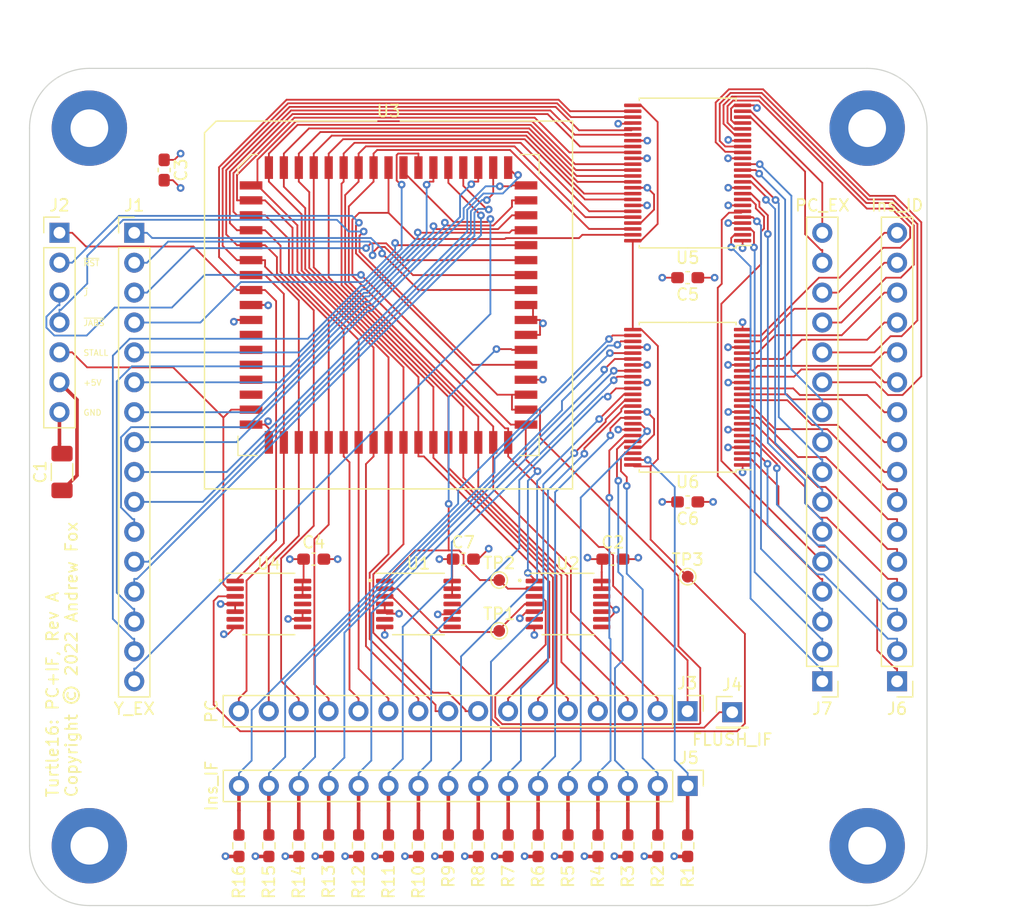
<source format=kicad_pcb>
(kicad_pcb (version 20211014) (generator pcbnew)
  (title_block (title "Turtle16: Main Board") (date "2021-06-22") (rev "B (cb021f9a)") (comment 4 "Main board of the Turtle16 sixteen-bit microcomputer"))
  (layers (0 "F.Cu" signal) (1 "In1.Cu" power) (2 "In2.Cu" power) (31 "B.Cu" signal) (34 "B.Paste" user) (35 "F.Paste" user) (36 "B.SilkS" user "B.Silkscreen") (37 "F.SilkS" user "F.Silkscreen") (38 "B.Mask" user) (39 "F.Mask" user) (44 "Edge.Cuts" user))
  (net 0 "")
  (net 1 "GND")
  (net 2 "VCC")
  (net 3 "/IF/Phi1a")
  (net 4 "/IF/~{RST_sync}")
  (net 5 "/IF/~{J}")
  (net 6 "/IF/~{JABS}")
  (net 7 "/IF/STALL")
  (net 8 "/IF/FLUSH_IF")
  (net 9 "/IF/Ins_IF0")
  (net 10 "/IF/Ins_IF1")
  (net 11 "/IF/Ins_IF2")
  (net 12 "/IF/Ins_IF3")
  (net 13 "/IF/Ins_IF4")
  (net 14 "/IF/Ins_IF5")
  (net 15 "/IF/Ins_IF6")
  (net 16 "/IF/Ins_IF7")
  (net 17 "/IF/Ins_IF8")
  (net 18 "/IF/Ins_IF9")
  (net 19 "/IF/Ins_IF10")
  (net 20 "/IF/Ins_IF11")
  (net 21 "/IF/Ins_IF12")
  (net 22 "/IF/Ins_IF13")
  (net 23 "/IF/Ins_IF14")
  (net 24 "/IF/Ins_IF15")
  (net 25 "Net-(U2-Pad2)")
  (net 26 "Net-(U2-Pad4)")
  (net 39 "/IF/Y_EX0")
  (net 40 "/IF/Y_EX1")
  (net 41 "/IF/Y_EX2")
  (net 42 "/IF/Y_EX3")
  (net 43 "/IF/Y_EX4")
  (net 44 "/IF/Y_EX5")
  (net 45 "/IF/Y_EX6")
  (net 46 "/IF/Y_EX7")
  (net 47 "/IF/Y_EX8")
  (net 48 "/IF/Y_EX9")
  (net 49 "/IF/Y_EX10")
  (net 50 "/IF/Y_EX11")
  (net 51 "/IF/Y_EX12")
  (net 52 "/IF/Y_EX13")
  (net 53 "/IF/Y_EX14")
  (net 54 "/IF/Y_EX15")
  (net 55 "Net-(U4-Pad3)")
  (net 57 "/IF/PC_EX0")
  (net 58 "/IF/PC_EX1")
  (net 59 "/IF/PC_EX2")
  (net 60 "/IF/PC_EX3")
  (net 61 "/IF/PC_EX4")
  (net 62 "/IF/PC_EX5")
  (net 63 "/IF/PC_EX6")
  (net 64 "/IF/PC_EX7")
  (net 65 "/IF/PC_EX8")
  (net 66 "/IF/PC_EX9")
  (net 67 "/IF/PC_EX10")
  (net 68 "/IF/PC_EX11")
  (net 69 "/IF/PC_EX12")
  (net 70 "/IF/PC_EX13")
  (net 71 "/IF/PC_EX14")
  (net 72 "/IF/PC_EX15")
  (net 73 "/IF/Ins_ID0")
  (net 74 "/IF/Ins_ID1")
  (net 75 "/IF/Ins_ID2")
  (net 76 "/IF/Ins_ID3")
  (net 77 "/IF/Ins_ID4")
  (net 78 "/IF/Ins_ID5")
  (net 79 "/IF/Ins_ID6")
  (net 80 "/IF/Ins_ID7")
  (net 81 "/IF/Ins_ID8")
  (net 82 "/IF/Ins_ID9")
  (net 83 "/IF/Ins_ID10")
  (net 84 "/IF/Ins_ID11")
  (net 85 "/IF/Ins_ID12")
  (net 86 "/IF/Ins_ID13")
  (net 87 "/IF/Ins_ID14")
  (net 88 "/IF/Ins_ID15")
  (net 91 "/IF/sheet5FE3DA15/PC14")
  (net 92 "/IF/sheet5FE3DA15/PC13")
  (net 93 "/IF/sheet5FE3DA15/PC8")
  (net 94 "/IF/sheet5FE3DA15/PC9")
  (net 95 "/IF/sheet5FE3DA15/PC11")
  (net 96 "/IF/sheet5FE3DA15/PC10")
  (net 97 "/IF/sheet5FE3DA15/PC0")
  (net 98 "/IF/sheet5FE3DA15/PC1")
  (net 99 "/IF/sheet5FE3DA15/PC2")
  (net 100 "/IF/sheet5FE3DA15/PC3")
  (net 101 "/IF/sheet5FE3DA15/PC4")
  (net 102 "/IF/sheet5FE3DA15/PC5")
  (net 103 "/IF/sheet5FE3DA15/PC6")
  (net 104 "/IF/sheet5FE3DA15/PC7")
  (net 105 "/IF/sheet5FE3DA15/PC12")
  (net 106 "/IF/sheet5FE3DA15/PC15")
  (footprint "Package_SO:TSSOP-48_8x12.5mm_P0.5mm" (layer "F.Cu") (at 153.4521 68.7979 180)
    (fp_text reference "U5")
    (fp_text value "74ABT16374")
  )
  (footprint "MountingHole:MountingHole_3.2mm_M3_Pad" (layer "F.Cu") (at 168.6921 64.9879)
    (fp_text reference "H3" hide)
    (fp_text value "MountingHole_Pad")
  )
  (footprint "Resistor_SMD:R_0603_1608Metric_Pad0.98x0.95mm_HandSolder" (layer "F.Cu") (at 153.4521 125.9479 -90)
    (fp_text reference "R1")
    (fp_text value "10K")
  )
  (footprint "Resistor_SMD:R_0603_1608Metric_Pad0.98x0.95mm_HandSolder" (layer "F.Cu") (at 148.3721 125.9479 -90)
    (fp_text reference "R3")
    (fp_text value "10K")
  )
  (footprint "Package_SO:TSSOP-14_4.4x5mm_P0.65mm" (layer "F.Cu") (at 143.2921 105.41)
    (fp_text reference "U2")
    (fp_text value "74AHCT04")
  )
  (footprint "Connector_PinHeader_2.54mm:PinHeader_1x16_P2.54mm_Vertical" (layer "F.Cu") (at 171.2321 111.9779 180)
    (fp_text reference "J6")
    (fp_text value "Ins_ID")
  )
  (footprint "MountingHole:MountingHole_3.2mm_M3_Pad" (layer "F.Cu") (at 102.6521 64.9879)
    (fp_text reference "H1" hide)
    (fp_text value "MountingHole_Pad")
  )
  (footprint "Resistor_SMD:R_0603_1608Metric_Pad0.98x0.95mm_HandSolder" (layer "F.Cu") (at 145.8321 125.9479 -90)
    (fp_text reference "R4")
    (fp_text value "10K")
  )
  (footprint "Package_SO:TSSOP-14_4.4x5mm_P0.65mm" (layer "F.Cu") (at 130.5921 105.41)
    (fp_text reference "U1")
    (fp_text value "74ABT32")
  )
  (footprint "MountingHole:MountingHole_3.2mm_M3_Pad" (layer "F.Cu") (at 102.6521 125.9479)
    (fp_text reference "H2" hide)
    (fp_text value "MountingHole_Pad")
  )
  (footprint "Resistor_SMD:R_0603_1608Metric_Pad0.98x0.95mm_HandSolder" (layer "F.Cu") (at 115.3521 125.9479 -90)
    (fp_text reference "R16")
    (fp_text value "10K")
  )
  (footprint "Resistor_SMD:R_0603_1608Metric_Pad0.98x0.95mm_HandSolder" (layer "F.Cu") (at 133.1321 125.9479 -90)
    (fp_text reference "R9")
    (fp_text value "10K")
  )
  (footprint "Package_SO:TSSOP-14_4.4x5mm_P0.65mm" (layer "F.Cu") (at 117.8921 105.41)
    (fp_text reference "U4")
    (fp_text value "74ABT32")
  )
  (footprint "Connector_PinHeader_2.54mm:PinHeader_1x16_P2.54mm_Vertical" (layer "F.Cu") (at 153.4421 114.5179 -90)
    (fp_text reference "J3")
    (fp_text value "PC")
  )
  (footprint "Connector_PinHeader_2.54mm:PinHeader_1x01_P2.54mm_Vertical" (layer "F.Cu") (at 157.2321 114.6079)
    (fp_text reference "J4")
    (fp_text value "FLUSH_IF")
  )
  (footprint "Connector_PinHeader_2.54mm:PinHeader_1x16_P2.54mm_Vertical" (layer "F.Cu") (at 164.8821 111.9779 180)
    (fp_text reference "J7")
    (fp_text value "PC_EX")
  )
  (footprint "Resistor_SMD:R_0603_1608Metric_Pad0.98x0.95mm_HandSolder" (layer "F.Cu") (at 140.7521 125.9479 -90)
    (fp_text reference "R6")
    (fp_text value "10K")
  )
  (footprint "Connector_PinHeader_2.54mm:PinHeader_1x07_P2.54mm_Vertical" (layer "F.Cu") (at 100.1121 73.8729)
    (fp_text reference "J2")
    (fp_text value "Control Signals")
  )
  (footprint "Resistor_SMD:R_0603_1608Metric_Pad0.98x0.95mm_HandSolder" (layer "F.Cu") (at 138.2121 125.9479 -90)
    (fp_text reference "R7")
    (fp_text value "10K")
  )
  (footprint "Resistor_SMD:R_0603_1608Metric_Pad0.98x0.95mm_HandSolder" (layer "F.Cu") (at 130.5921 125.9479 -90)
    (fp_text reference "R10")
    (fp_text value "10K")
  )
  (footprint "Resistor_SMD:R_0603_1608Metric_Pad0.98x0.95mm_HandSolder" (layer "F.Cu") (at 125.5121 125.9479 -90)
    (fp_text reference "R12")
    (fp_text value "10K")
  )
  (footprint "Resistor_SMD:R_0603_1608Metric_Pad0.98x0.95mm_HandSolder" (layer "F.Cu") (at 143.2921 125.9479 -90)
    (fp_text reference "R5")
    (fp_text value "10K")
  )
  (footprint "Resistor_SMD:R_0603_1608Metric_Pad0.98x0.95mm_HandSolder" (layer "F.Cu") (at 150.9121 125.9479 -90)
    (fp_text reference "R2")
    (fp_text value "10K")
  )
  (footprint "Connector_PinHeader_2.54mm:PinHeader_1x16_P2.54mm_Vertical" (layer "F.Cu") (at 153.4521 120.8679 -90)
    (fp_text reference "J5")
    (fp_text value "Ins_IF")
  )
  (footprint "Resistor_SMD:R_0603_1608Metric_Pad0.98x0.95mm_HandSolder" (layer "F.Cu") (at 128.0521 125.9479 -90)
    (fp_text reference "R11")
    (fp_text value "10K")
  )
  (footprint "Resistor_SMD:R_0603_1608Metric_Pad0.98x0.95mm_HandSolder" (layer "F.Cu") (at 122.9721 125.9479 -90)
    (fp_text reference "R13")
    (fp_text value "10K")
  )
  (footprint "TestPoint:TestPoint_Pad_D1.0mm" (layer "F.Cu") (at 137.4501 103.378)
    (fp_text reference "TP2")
    (fp_text value "RS1")
  )
  (footprint "Resistor_SMD:R_0603_1608Metric_Pad0.98x0.95mm_HandSolder" (layer "F.Cu") (at 117.8921 125.9479 -90)
    (fp_text reference "R15")
    (fp_text value "10K")
  )
  (footprint "Capacitor_SMD:C_0603_1608Metric_Pad1.08x0.95mm_HandSolder" (layer "F.Cu") (at 153.4521 77.6879 180)
    (fp_text reference "C5")
    (fp_text value "100nF")
  )
  (footprint "Connector_PinHeader_2.54mm:PinHeader_1x16_P2.54mm_Vertical" (layer "F.Cu") (at 106.4621 73.8779)
    (fp_text reference "J1")
    (fp_text value "Y_EX")
  )
  (footprint "Capacitor_SMD:C_0603_1608Metric_Pad1.08x0.95mm_HandSolder" (layer "F.Cu") (at 134.4021 101.6)
    (fp_text reference "C7")
    (fp_text value "100nF")
  )
  (footprint "TestPoint:TestPoint_Pad_D1.0mm" (layer "F.Cu") (at 137.4501 107.696)
    (fp_text reference "TP1")
    (fp_text value "TP")
  )
  (footprint "Capacitor_SMD:C_0603_1608Metric_Pad1.08x0.95mm_HandSolder" (layer "F.Cu") (at 147.1021 101.6)
    (fp_text reference "C2")
    (fp_text value "100nF")
  )
  (footprint "Capacitor_SMD:C_0603_1608Metric_Pad1.08x0.95mm_HandSolder" (layer "F.Cu") (at 121.7021 101.6)
    (fp_text reference "C4")
    (fp_text value "100nF")
  )
  (footprint "Resistor_SMD:R_0603_1608Metric_Pad0.98x0.95mm_HandSolder" (layer "F.Cu") (at 135.6721 125.9479 -90)
    (fp_text reference "R8")
    (fp_text value "10K")
  )
  (footprint "Package_SO:TSSOP-48_8x12.5mm_P0.5mm" (layer "F.Cu") (at 153.4521 87.8479 180)
    (fp_text reference "U6")
    (fp_text value "74ABT16374")
  )
  (footprint "TestPoint:TestPoint_Pad_D1.0mm" (layer "F.Cu") (at 153.4521 103.0879)
    (fp_text reference "TP3")
    (fp_text value "CLK")
  )
  (footprint "Capacitor_SMD:C_0603_1608Metric_Pad1.08x0.95mm_HandSolder" (layer "F.Cu") (at 153.4521 96.7379 180)
    (fp_text reference "C6")
    (fp_text value "100nF")
  )
  (footprint "MountingHole:MountingHole_3.2mm_M3_Pad" (layer "F.Cu") (at 168.6921 125.9479)
    (fp_text reference "H4" hide)
    (fp_text value "MountingHole_Pad")
  )
  (footprint "Package_LCC:PLCC-68_SMD-Socket" (layer "F.Cu") (at 128.0521 80.01)
    (fp_text reference "U3")
    (fp_text value "IDT7381")
  )
  (footprint "Resistor_SMD:R_0603_1608Metric_Pad0.98x0.95mm_HandSolder" (layer "F.Cu") (at 120.4321 125.9479 -90)
    (fp_text reference "R14")
    (fp_text value "10K")
  )
  (footprint "Capacitor_SMD:C_1206_3216Metric_Pad1.33x1.80mm_HandSolder" (layer "F.Cu") (at 100.33 94.1979 90)
    (fp_text reference "C1")
    (fp_text value "100µF")
  )
  (footprint "Capacitor_SMD:C_0603_1608Metric_Pad1.08x0.95mm_HandSolder" (layer "F.Cu") (at 109.0021 68.5439 -90)
    (fp_text reference "C3")
    (fp_text value "100nF")
  )
  (gr_line locked (start 97.572102 64.987898) (end 97.572102 125.947898) (layer "Edge.Cuts") (width 0.1))
  (gr_arc locked (start 168.692104 59.907898) (mid 172.284206 61.395796) (end 173.772104 64.987898) (layer "Edge.Cuts") (width 0.1))
  (gr_arc locked (start 97.572102 64.987898) (mid 99.06 61.395796) (end 102.652102 59.907898) (layer "Edge.Cuts") (width 0.1))
  (gr_line locked (start 168.692104 59.907898) (end 102.652102 59.907898) (layer "Edge.Cuts") (width 0.1))
  (gr_arc locked (start 102.652102 131.027898) (mid 99.06 129.54) (end 97.572102 125.947898) (layer "Edge.Cuts") (width 0.1))
  (gr_line locked (start 168.692104 131.027898) (end 102.652102 131.027898) (layer "Edge.Cuts") (width 0.1))
  (gr_arc locked (start 173.772104 125.947898) (mid 172.284206 129.54) (end 168.692104 131.027898) (layer "Edge.Cuts") (width 0.1))
  (gr_line locked (start 173.772104 64.987898) (end 173.772104 125.947898) (layer "Edge.Cuts") (width 0.1))
  (gr_text "Turtle16: PC+IF, Rev A\nCopyright © 2022 Andrew Fox" (at 100.33 121.92 90) (layer "F.SilkS") (effects (font (size 1 1)) (justify left)))
  (gr_text "+5V" (at 102.108 86.614) (layer "F.SilkS") (effects (font (size 0.5 0.5) (thickness 0.075)) (justify left)))
  (gr_text "~{JABS}" (at 102.108 81.534) (layer "F.SilkS") (effects (font (size 0.5 0.5) (thickness 0.075)) (justify left)))
  (gr_text "~{J}" (at 102.108 78.994) (layer "F.SilkS") (effects (font (size 0.5 0.5) (thickness 0.075)) (justify left)))
  (gr_text "~{RST}" (at 102.108 76.454) (layer "F.SilkS") (effects (font (size 0.5 0.5) (thickness 0.075)) (justify left)))
  (gr_text "STALL" (at 102.108 84.074) (layer "F.SilkS") (effects (font (size 0.5 0.5) (thickness 0.075)) (justify left)))
  (gr_text "GND" (at 102.108 89.154) (layer "F.SilkS") (effects (font (size 0.5 0.5) (thickness 0.075)) (justify left)))
  (segment (start 158.1146 83.5979) (end 156.8825 83.5979) (width 0.1524) (layer "F.Cu") (net 1))
  (segment (start 122.565 101.6) (end 123.734 101.6) (width 0.1524) (layer "F.Cu") (net 1))
  (segment (start 140.9302 86.3458) (end 140.916 86.36) (width 0.1524) (layer "F.Cu") (net 1))
  (segment (start 150.5961 70.6203) (end 150.5961 71.9095) (width 0.1524) (layer "F.Cu") (net 1))
  (segment (start 126.933 126.86) (end 126.909 126.837) (width 0.3048) (layer "F.Cu") (net 1))
  (segment (start 149.134 101.6) (end 149.261 101.473) (width 0.1524) (layer "F.Cu") (net 1))
  (segment (start 138.2117 126.86) (end 137.093 126.86) (width 0.3048) (layer "F.Cu") (net 1))
  (segment (start 121.853 126.86) (end 121.829 126.837) (width 0.3048) (layer "F.Cu") (net 1))
  (segment (start 153.4517 126.86) (end 152.333 126.86) (width 0.3048) (layer "F.Cu") (net 1))
  (segment (start 150.9117 126.86) (end 149.793 126.86) (width 0.3048) (layer "F.Cu") (net 1))
  (segment (start 100.112 91.8014) (end 100.1121 91.8015) (width 0.1524) (layer "F.Cu") (net 1))
  (segment (start 150.6001 89.6919) (end 150.6001 91.0225) (width 0.1524) (layer "F.Cu") (net 1))
  (segment (start 158.1146 86.5979) (end 156.8957 86.5979) (width 0.1524) (layer "F.Cu") (net 1))
  (segment (start 100.112 91.8014) (end 100.112 92.6354) (width 0.3048) (layer "F.Cu") (net 1))
  (segment (start 158.1146 75.1836) (end 158.1146 74.5479) (width 0.1524) (layer "F.Cu") (net 1))
  (segment (start 114.9194 81.4297) (end 115.0385 81.4297) (width 0.1524) (layer "F.Cu") (net 1))
  (segment (start 120.4317 126.86) (end 119.313 126.86) (width 0.3048) (layer "F.Cu") (net 1))
  (segment (start 142.173 126.86) (end 142.149 126.837) (width 0.3048) (layer "F.Cu") (net 1))
  (segment (start 156.8825 92.1085) (end 158.104 92.1085) (width 0.1524) (layer "F.Cu") (net 1))
  (segment (start 152.333 126.86) (end 152.309 126.837) (width 0.3048) (layer "F.Cu") (net 1))
  (segment (start 128.0517 126.86) (end 126.933 126.86) (width 0.3048) (layer "F.Cu") (net 1))
  (segment (start 135.6717 126.86) (end 134.553 126.86) (width 0.3048) (layer "F.Cu") (net 1))
  (segment (start 117.571 90.17) (end 117.8921 90.4911) (width 0.1524) (layer "F.Cu") (net 1))
  (segment (start 141.165 86.3458) (end 140.9302 86.3458) (width 0.1524) (layer "F.Cu") (net 1))
  (segment (start 149.5247 92.0979) (end 148.7896 92.0979) (width 0.1524) (layer "F.Cu") (net 1))
  (segment (start 150.0061 89.0979) (end 150.6001 89.6919) (width 0.1524) (layer "F.Cu") (net 1))
  (segment (start 122.9717 126.86) (end 121.853 126.86) (width 0.3048) (layer "F.Cu") (net 1))
  (segment (start 145.8317 126.86) (end 144.713 126.86) (width 0.3048) (layer "F.Cu") (net 1))
  (segment (start 117.8917 126.86) (end 116.773 126.86) (width 0.3048) (layer "F.Cu") (net 1))
  (segment (start 115.3517 126.86) (end 114.233 126.86) (width 0.3048) (layer "F.Cu") (net 1))
  (segment (start 156.8798 67.5479) (end 158.1146 67.5479) (width 0.1524) (layer "F.Cu") (net 1))
  (segment (start 149.793 126.86) (end 149.769 126.837) (width 0.3048) (layer "F.Cu") (net 1))
  (segment (start 130.5917 126.86) (end 129.473 126.86) (width 0.3048) (layer "F.Cu") (net 1))
  (segment (start 117.822 89.8859) (end 117.571 90.1369) (width 0.1524) (layer "F.Cu") (net 1))
  (segment (start 150.0237 70.0479) (end 150.5961 70.6203) (width 0.1524) (layer "F.Cu") (net 1))
  (segment (start 116.3796 81.28) (end 115.1882 81.28) (width 0.1524) (layer "F.Cu") (net 1))
  (segment (start 158.1146 70.0479) (end 156.8969 70.0479) (width 0.1524) (layer "F.Cu") (net 1))
  (segment (start 114.233 126.86) (end 114.209 126.837) (width 0.3048) (layer "F.Cu") (net 1))
  (segment (start 159.1059 63.0479) (end 158.1146 63.0479) (width 0.1524) (layer "F.Cu") (net 1))
  (segment (start 158.1146 89.0979) (end 156.8987 89.0979) (width 0.1524) (layer "F.Cu") (net 1))
  (segment (start 127.7296 108.0408) (end 127.7296 107.36) (width 0.1524) (layer "F.Cu") (net 1))
  (segment (start 139.633 126.86) (end 139.609 126.837) (width 0.3048) (layer "F.Cu") (net 1))
  (segment (start 147.253 126.86) (end 147.229 126.837) (width 0.3048) (layer "F.Cu") (net 1))
  (segment (start 152.5896 77.6879) (end 151.293 77.6879) (width 0.1524) (layer "F.Cu") (net 1))
  (segment (start 140.4296 107.36) (end 140.4296 108.0439) (width 0.1524) (layer "F.Cu") (net 1))
  (segment (start 114.0694 107.9755) (end 114.4141 107.9755) (width 0.1524) (layer "F.Cu") (net 1))
  (segment (start 100.1121 91.8015) (end 100.1121 92.6354) (width 0.1524) (layer "F.Cu") (net 1))
  (segment (start 147.5527 64.6082) (end 148.7293 64.6082) (width 0.1524) (layer "F.Cu") (net 1))
  (segment (start 139.7246 86.36) (end 140.916 86.36) (width 0.1524) (layer "F.Cu") (net 1))
  (segment (start 143.2917 126.86) (end 142.173 126.86) (width 0.3048) (layer "F.Cu") (net 1))
  (segment (start 148.7896 86.5979) (end 150.0176 86.5979) (width 0.1524) (layer "F.Cu") (net 1))
  (segment (start 117.8921 90.4911) (end 117.8921 91.6825) (width 0.1524) (layer "F.Cu") (net 1))
  (segment (start 157.391 64.5479) (end 157.1409 64.2978) (width 0.1524) (layer "F.Cu") (net 1))
  (segment (start 158.1146 64.5479) (end 157.391 64.5479) (width 0.1524) (layer "F.Cu") (net 1))
  (segment (start 132.013 126.86) (end 131.989 126.837) (width 0.3048) (layer "F.Cu") (net 1))
  (segment (start 159.3346 63.2766) (end 159.1059 63.0479) (width 0.1524) (layer "F.Cu") (net 1))
  (segment (start 148.3717 126.86) (end 147.253 126.86) (width 0.3048) (layer "F.Cu") (net 1))
  (segment (start 157.4141 63.0479) (end 158.1146 63.0479) (width 0.1524) (layer "F.Cu") (net 1))
  (segment (start 148.7896 89.0979) (end 150.0061 89.0979) (width 0.1524) (layer "F.Cu") (net 1))
  (segment (start 150.5961 71.9095) (end 149.4577 73.0479) (width 0.1524) (layer "F.Cu") (net 1))
  (segment (start 116.773 126.86) (end 116.749 126.837) (width 0.3048) (layer "F.Cu") (net 1))
  (segment (start 157.1409 63.3211) (end 157.4141 63.0479) (width 0.1524) (layer "F.Cu") (net 1))
  (segment (start 133.1317 126.86) (end 132.013 126.86) (width 0.3048) (layer "F.Cu") (net 1))
  (segment (start 157.1409 64.2978) (end 157.1409 63.3211) (width 0.1524) (layer "F.Cu") (net 1))
  (segment (start 135.672 101.6) (end 136.561 100.711) (width 0.1524) (layer "F.Cu") (net 1))
  (segment (start 147.965 101.6) (end 149.134 101.6) (width 0.1524) (layer "F.Cu") (net 1))
  (segment (start 148.7896 70.0479) (end 150.0237 70.0479) (width 0.1524) (layer "F.Cu") (net 1))
  (segment (start 158.1146 93.5979) (end 158.1146 94.2274) (width 0.1524) (layer "F.Cu") (net 1))
  (segment (start 119.313 126.86) (end 119.289 126.837) (width 0.3048) (layer "F.Cu") (net 1))
  (segment (start 129.473 126.86) (end 129.449 126.837) (width 0.3048) (layer "F.Cu") (net 1))
  (segment (start 140.7517 126.86) (end 139.633 126.86) (width 0.3048) (layer "F.Cu") (net 1))
  (segment (start 137.093 126.86) (end 137.069 126.837) (width 0.3048) (layer "F.Cu") (net 1))
  (segment (start 116.3796 90.17) (end 117.571 90.17) (width 0.1524) (layer "F.Cu") (net 1))
  (segment (start 149.4577 73.0479) (end 148.7896 73.0479) (width 0.1524) (layer "F.Cu") (net 1))
  (segment (start 144.713 126.86) (end 144.689 126.837) (width 0.3048) (layer "F.Cu") (net 1))
  (segment (start 148.7896 67.5479) (end 150.0071 67.5479) (width 0.1524) (layer "F.Cu") (net 1))
  (segment (start 124.393 126.86) (end 124.369 126.837) (width 0.3048) (layer "F.Cu") (net 1))
  (segment (start 115.0385 81.4297) (end 115.1882 81.28) (width 0.1524) (layer "F.Cu") (net 1))
  (segment (start 114.4141 107.9755) (end 115.0296 107.36) (width 0.1524) (layer "F.Cu") (net 1))
  (segment (start 117.571 90.1369) (end 117.571 90.17) (width 0.1524) (layer "F.Cu") (net 1))
  (segment (start 100.112 89.1129) (end 100.112 91.8014) (width 0.3048) (layer "F.Cu") (net 1))
  (segment (start 152.5896 96.7379) (end 151.293 96.7379) (width 0.1524) (layer "F.Cu") (net 1))
  (segment (start 109.738 69.4064) (end 110.399 70.0679) (width 0.1524) (layer "F.Cu") (net 1))
  (segment (start 158.1146 82.0979) (end 158.1146 81.4659) (width 0.1524) (layer "F.Cu") (net 1))
  (segment (start 134.553 126.86) (end 134.529 126.837) (width 0.3048) (layer "F.Cu") (net 1))
  (segment (start 158.1146 73.0479) (end 156.8983 73.0479) (width 0.1524) (layer "F.Cu") (net 1))
  (segment (start 150.6001 91.0225) (end 149.5247 92.0979) (width 0.1524) (layer "F.Cu") (net 1))
  (segment (start 109.0021 69.4064) (end 109.738 69.4064) (width 0.1524) (layer "F.Cu") (net 1))
  (segment (start 125.5117 126.86) (end 124.393 126.86) (width 0.3048) (layer "F.Cu") (net 1))
  (segment (start 148.7896 83.5979) (end 150.0115 83.5979) (width 0.1524) (layer "F.Cu") (net 1))
  (via (at 156.8987 89.0979) (size 0.65) (drill 0.3) (layers "F.Cu" "B.Cu") (net 1))
  (via (at 156.8825 83.5979) (size 0.65) (drill 0.3) (layers "F.Cu" "B.Cu") (net 1))
  (via (at 137.069 126.837) (size 0.65) (drill 0.3) (layers "F.Cu" "B.Cu") (net 1))
  (via (at 110.399 70.0679) (size 0.65) (drill 0.3) (layers "F.Cu" "B.Cu") (net 1))
  (via (at 158.1146 81.4659) (size 0.65) (drill 0.3) (layers "F.Cu" "B.Cu") (net 1))
  (via (at 136.561 100.711) (size 0.65) (drill 0.3) (layers "F.Cu" "B.Cu") (net 1))
  (via (at 158.1146 94.2274) (size 0.65) (drill 0.3) (layers "F.Cu" "B.Cu") (net 1))
  (via (at 151.293 96.7379) (size 0.65) (drill 0.3) (layers "F.Cu" "B.Cu") (net 1))
  (via (at 129.449 126.837) (size 0.65) (drill 0.3) (layers "F.Cu" "B.Cu") (net 1))
  (via (at 140.4296 108.0439) (size 0.65) (drill 0.3) (layers "F.Cu" "B.Cu") (net 1))
  (via (at 156.8983 73.0479) (size 0.65) (drill 0.3) (layers "F.Cu" "B.Cu") (net 1))
  (via (at 159.3346 63.2766) (size 0.65) (drill 0.3) (layers "F.Cu" "B.Cu") (net 1))
  (via (at 156.8957 86.5979) (size 0.65) (drill 0.3) (layers "F.Cu" "B.Cu") (net 1))
  (via (at 156.8969 70.0479) (size 0.65) (drill 0.3) (layers "F.Cu" "B.Cu") (net 1))
  (via (at 142.149 126.837) (size 0.65) (drill 0.3) (layers "F.Cu" "B.Cu") (net 1))
  (via (at 150.0176 86.5979) (size 0.65) (drill 0.3) (layers "F.Cu" "B.Cu") (net 1))
  (via (at 156.8798 67.5479) (size 0.65) (drill 0.3) (layers "F.Cu" "B.Cu") (net 1))
  (via (at 119.289 126.837) (size 0.65) (drill 0.3) (layers "F.Cu" "B.Cu") (net 1))
  (via (at 116.749 126.837) (size 0.65) (drill 0.3) (layers "F.Cu" "B.Cu") (net 1))
  (via (at 147.5527 64.6082) (size 0.65) (drill 0.3) (layers "F.Cu" "B.Cu") (net 1))
  (via (at 124.369 126.837) (size 0.65) (drill 0.3) (layers "F.Cu" "B.Cu") (net 1))
  (via (at 141.165 86.3458) (size 0.65) (drill 0.3) (layers "F.Cu" "B.Cu") (net 1))
  (via (at 150.0115 83.5979) (size 0.65) (drill 0.3) (layers "F.Cu" "B.Cu") (net 1))
  (via (at 123.734 101.6) (size 0.65) (drill 0.3) (layers "F.Cu" "B.Cu") (net 1))
  (via (at 156.8825 92.1085) (size 0.65) (drill 0.3) (layers "F.Cu" "B.Cu") (net 1))
  (via (at 150.0237 70.0479) (size 0.65) (drill 0.3) (layers "F.Cu" "B.Cu") (net 1))
  (via (at 139.609 126.837) (size 0.65) (drill 0.3) (layers "F.Cu" "B.Cu") (net 1))
  (via (at 147.229 126.837) (size 0.65) (drill 0.3) (layers "F.Cu" "B.Cu") (net 1))
  (via (at 149.261 101.473) (size 0.65) (drill 0.3) (layers "F.Cu" "B.Cu") (net 1))
  (via (at 151.293 77.6879) (size 0.65) (drill 0.3) (layers "F.Cu" "B.Cu") (net 1))
  (via (at 131.989 126.837) (size 0.65) (drill 0.3) (layers "F.Cu" "B.Cu") (net 1))
  (via (at 152.309 126.837) (size 0.65) (drill 0.3) (layers "F.Cu" "B.Cu") (net 1))
  (via (at 144.689 126.837) (size 0.65) (drill 0.3) (layers "F.Cu" "B.Cu") (net 1))
  (via (at 149.769 126.837) (size 0.65) (drill 0.3) (layers "F.Cu" "B.Cu") (net 1))
  (via (at 134.529 126.837) (size 0.65) (drill 0.3) (layers "F.Cu" "B.Cu") (net 1))
  (via (at 114.209 126.837) (size 0.65) (drill 0.3) (layers "F.Cu" "B.Cu") (net 1))
  (via (at 150.0061 89.0979) (size 0.65) (drill 0.3) (layers "F.Cu" "B.Cu") (net 1))
  (via (at 158.1146 75.1836) (size 0.65) (drill 0.3) (layers "F.Cu" "B.Cu") (net 1))
  (via (at 126.909 126.837) (size 0.65) (drill 0.3) (layers "F.Cu" "B.Cu") (net 1))
  (via (at 114.0694 107.9755) (size 0.65) (drill 0.3) (layers "F.Cu" "B.Cu") (net 1))
  (via (at 114.9194 81.4297) (size 0.65) (drill 0.3) (layers "F.Cu" "B.Cu") (net 1))
  (via (at 150.0071 67.5479) (size 0.65) (drill 0.3) (layers "F.Cu" "B.Cu") (net 1))
  (via (at 121.829 126.837) (size 0.65) (drill 0.3) (layers "F.Cu" "B.Cu") (net 1))
  (via (at 127.7296 108.0408) (size 0.65) (drill 0.3) (layers "F.Cu" "B.Cu") (net 1))
  (via (at 117.822 89.8859) (size 0.65) (drill 0.3) (layers "F.Cu" "B.Cu") (net 1))
  (segment (start 146.1546 102.6862) (end 146.1546 103.46) (width 0.1524) (layer "F.Cu") (net 2))
  (segment (start 133.4546 104.11) (end 133.4546 104.76) (width 0.1524) (layer "F.Cu") (net 2))
  (segment (start 127.7296 106.06) (end 127.7296 105.41) (width 0.1524) (layer "F.Cu") (net 2))
  (segment (start 140.916 81.28) (end 140.916 81.565) (width 0.1524) (layer "F.Cu") (net 2))
  (segment (start 158.1146 90.5979) (end 156.8825 90.5979) (width 0.1524) (layer "F.Cu") (net 2))
  (segment (start 119.5292 106.6805) (end 120.7546 106.6805) (width 0.1524) (layer "F.Cu") (net 2))
  (segment (start 150.011 85.0979) (end 148.7896 85.0979) (width 0.1524) (layer "F.Cu") (net 2))
  (segment (start 101.6 94.4904) (end 100.33 95.7604) (width 0.3048) (layer "F.Cu") (net 2))
  (segment (start 109.0021 67.6814) (end 109.865 67.6814) (width 0.1524) (layer "F.Cu") (net 2))
  (segment (start 140.3203 81.28) (end 140.916 81.28) (width 0.1524) (layer "F.Cu") (net 2))
  (segment (start 158.1146 85.0979) (end 156.8824 85.0979) (width 0.1524) (layer "F.Cu") (net 2))
  (segment (start 146.155 102.6858) (end 146.155 101.685) (width 0.1524) (layer "F.Cu") (net 2))
  (segment (start 101.6 88.0608) (end 101.6 94.4904) (width 0.3048) (layer "F.Cu") (net 2))
  (segment (start 156.8972 71.5479) (end 158.1146 71.5479) (width 0.1524) (layer "F.Cu") (net 2))
  (segment (start 146.7112 105.41) (end 147.1726 105.8714) (width 0.1524) (layer "F.Cu") (net 2))
  (segment (start 117.8348 80.0381) (end 117.5991 80.0381) (width 0.1524) (layer "F.Cu") (net 2))
  (segment (start 115.0296 105.41) (end 115.0296 106.06) (width 0.1524) (layer "F.Cu") (net 2))
  (segment (start 141.1677 81.565) (end 140.916 81.565) (width 0.1524) (layer "F.Cu") (net 2))
  (segment (start 120.7546 106.6805) (end 120.7546 106.06) (width 0.1524) (layer "F.Cu") (net 2))
  (segment (start 120.7546 104.11) (end 120.7546 104.76) (width 0.1524) (layer "F.Cu") (net 2))
  (segment (start 154.315 77.6879) (end 155.738 77.6879) (width 0.1524) (layer "F.Cu") (net 2))
  (segment (start 148.7896 66.0479) (end 150.0237 66.0479) (width 0.1524) (layer "F.Cu") (net 2))
  (segment (start 133.4546 106.2938) (end 133.4546 106.71) (width 0.1524) (layer "F.Cu") (net 2))
  (segment (start 128.9475 106.2348) (end 127.9044 106.2348) (width 0.1524) (layer "F.Cu") (net 2))
  (segment (start 133.455 102.5725) (end 133.455 101.685) (width 0.1524) (layer "F.Cu") (net 2))
  (segment (start 145.07 101.6) (end 144.943 101.473) (width 0.1524) (layer "F.Cu") (net 2))
  (segment (start 146.1546 103.46) (end 146.1546 104.11) (width 0.1524) (layer "F.Cu") (net 2))
  (segment (start 139.7246 82.55) (end 140.916 82.55) (width 0.1524) (layer "F.Cu") (net 2))
  (segment (start 120.8396 101.6) (end 119.67 101.6) (width 0.1524) (layer "F.Cu") (net 2))
  (segment (start 133.5396 101.6) (end 132.37 101.6) (width 0.1524) (layer "F.Cu") (net 2))
  (segment (start 127.9044 106.2348) (end 127.7296 106.06) (width 0.1524) (layer "F.Cu") (net 2))
  (segment (start 132.232 106.2938) (end 133.4546 106.2938) (width 0.1524) (layer "F.Cu") (net 2))
  (segment (start 147.5559 90.5979) (end 148.7896 90.5979) (width 0.1524) (layer "F.Cu") (net 2))
  (segment (start 120.84 103.375) (end 120.84 101.6) (width 0.1524) (layer "F.Cu") (net 2))
  (segment (start 100.1121 86.5729) (end 101.6 88.0608) (width 0.3048) (layer "F.Cu") (net 2))
  (segment (start 156.8973 65.9797) (end 156.9655 66.0479) (width 0.1524) (layer "F.Cu") (net 2))
  (segment (start 133.4546 106.06) (end 133.4546 106.2938) (width 0.1524) (layer "F.Cu") (net 2))
  (segment (start 133.455 103.46) (end 133.455 102.5725) (width 0.1524) (layer "F.Cu") (net 2))
  (segment (start 156.9655 66.0479) (end 158.1146 66.0479) (width 0.1524) (layer "F.Cu") (net 2))
  (segment (start 109.865 67.6814) (end 110.399 67.1469) (width 0.1524) (layer "F.Cu") (net 2))
  (segment (start 154.315 96.7379) (end 155.611 96.7379) (width 0.1524) (layer "F.Cu") (net 2))
  (segment (start 133.455 102.5725) (end 133.4546 102.5729) (width 0.1524) (layer "F.Cu") (net 2))
  (segment (start 146.155 103.46) (end 146.155 102.6858) (width 0.1524) (layer "F.Cu") (net 2))
  (segment (start 146.2396 101.6) (end 145.07 101.6) (width 0.1524) (layer "F.Cu") (net 2))
  (segment (start 133.4546 103.46) (end 133.4546 104.11) (width 0.1524) (layer "F.Cu") (net 2))
  (segment (start 140.3203 80.01) (end 140.3203 81.28) (width 0.1524) (layer "F.Cu") (net 2))
  (segment (start 147.1726 106.2455) (end 146.7081 106.71) (width 0.1524) (layer "F.Cu") (net 2))
  (segment (start 140.916 81.565) (end 140.916 82.55) (width 0.1524) (layer "F.Cu") (net 2))
  (segment (start 147.3743 105.8966) (end 147.1726 105.8966) (width 0.1524) (layer "F.Cu") (net 2))
  (segment (start 116.3796 80.01) (end 117.571 80.01) (width 0.1524) (layer "F.Cu") (net 2))
  (segment (start 133.4546 102.5729) (end 133.4546 103.46) (width 0.1524) (layer "F.Cu") (net 2))
  (segment (start 146.155 102.6858) (end 146.1546 102.6862) (width 0.1524) (layer "F.Cu") (net 2))
  (segment (start 115.0296 105.41) (end 113.796 105.41) (width 0.1524) (layer "F.Cu") (net 2))
  (segment (start 117.5991 80.0381) (end 117.571 80.01) (width 0.1524) (layer "F.Cu") (net 2))
  (segment (start 120.7546 103.46) (end 120.7546 104.11) (width 0.1524) (layer "F.Cu") (net 2))
  (segment (start 147.1726 105.8714) (end 147.1726 105.8966) (width 0.1524) (layer "F.Cu") (net 2))
  (segment (start 147.1726 105.8966) (end 147.1726 106.2455) (width 0.1524) (layer "F.Cu") (net 2))
  (segment (start 139.2014 106.6274) (end 139.7688 106.06) (width 0.1524) (layer "F.Cu") (net 2))
  (segment (start 148.7896 71.5479) (end 150.0058 71.5479) (width 0.1524) (layer "F.Cu") (net 2))
  (via (at 155.738 77.6879) (size 0.65) (drill 0.3) (layers "F.Cu" "B.Cu") (net 2))
  (via (at 155.611 96.7379) (size 0.65) (drill 0.3) (layers "F.Cu" "B.Cu") (net 2))
  (via (at 156.8824 85.0979) (size 0.65) (drill 0.3) (layers "F.Cu" "B.Cu") (net 2))
  (via (at 119.5292 106.6805) (size 0.65) (drill 0.3) (layers "F.Cu" "B.Cu") (net 2))
  (via (at 150.011 85.0979) (size 0.65) (drill 0.3) (layers "F.Cu" "B.Cu") (net 2))
  (via (at 144.943 101.473) (size 0.65) (drill 0.3) (layers "F.Cu" "B.Cu") (net 2))
  (via (at 156.8972 71.5479) (size 0.65) (drill 0.3) (layers "F.Cu" "B.Cu") (net 2))
  (via (at 150.0058 71.5479) (size 0.65) (drill 0.3) (layers "F.Cu" "B.Cu") (net 2))
  (via (at 139.2014 106.6274) (size 0.65) (drill 0.3) (layers "F.Cu" "B.Cu") (net 2))
  (via (at 110.399 67.1469) (size 0.65) (drill 0.3) (layers "F.Cu" "B.Cu") (net 2))
  (via (at 117.8348 80.0381) (size 0.65) (drill 0.3) (layers "F.Cu" "B.Cu") (net 2))
  (via (at 156.8825 90.5979) (size 0.65) (drill 0.3) (layers "F.Cu" "B.Cu") (net 2))
  (via (at 119.67 101.6) (size 0.65) (drill 0.3) (layers "F.Cu" "B.Cu") (net 2))
  (via (at 147.5559 90.5979) (size 0.65) (drill 0.3) (layers "F.Cu" "B.Cu") (net 2))
  (via (at 132.232 106.2938) (size 0.65) (drill 0.3) (layers "F.Cu" "B.Cu") (net 2))
  (via (at 147.3743 105.8966) (size 0.65) (drill 0.3) (layers "F.Cu" "B.Cu") (net 2))
  (via (at 141.1677 81.565) (size 0.65) (drill 0.3) (layers "F.Cu" "B.Cu") (net 2))
  (via (at 113.796 105.41) (size 0.65) (drill 0.3) (layers "F.Cu" "B.Cu") (net 2))
  (via (at 156.8973 65.9797) (size 0.65) (drill 0.3) (layers "F.Cu" "B.Cu") (net 2))
  (via (at 132.37 101.6) (size 0.65) (drill 0.3) (layers "F.Cu" "B.Cu") (net 2))
  (via (at 128.9475 106.2348) (size 0.65) (drill 0.3) (layers "F.Cu" "B.Cu") (net 2))
  (via (at 150.0237 66.0479) (size 0.65) (drill 0.3) (layers "F.Cu" "B.Cu") (net 2))
  (segment (start 115.7839 78.74) (end 115.1882 78.74) (width 0.1524) (layer "F.Cu") (net 3))
  (segment (start 118.5074 99.9822) (end 118.5074 79.6764) (width 0.1524) (layer "F.Cu") (net 3))
  (segment (start 116.3796 78.74) (end 117.571 78.74) (width 0.1524) (layer "F.Cu") (net 3))
  (segment (start 111.4881 75.0399) (end 115.1882 78.74) (width 0.1524) (layer "F.Cu") (net 3))
  (segment (start 118.5074 79.6764) (end 117.571 78.74) (width 0.1524) (layer "F.Cu") (net 3))
  (segment (start 102.358 75.0399) (end 111.4881 75.0399) (width 0.1524) (layer "F.Cu") (net 3))
  (segment (start 100.1121 73.8729) (end 101.191 73.8729) (width 0.1524) (layer "F.Cu") (net 3))
  (segment (start 115.0296 103.46) (end 118.5074 99.9822) (width 0.1524) (layer "F.Cu") (net 3))
  (segment (start 101.191 73.8729) (end 102.358 75.0399) (width 0.1524) (layer "F.Cu") (net 3))
  (segment (start 137.1168 115.0315) (end 137.1168 113.1371) (width 0.1524) (layer "F.Cu") (net 4))
  (segment (start 125.2882 75.6261) (end 125.2882 73.2691) (width 0.1524) (layer "F.Cu") (net 4))
  (segment (start 140.916 91.2867) (end 152.6685 103.0392) (width 0.1524) (layer "F.Cu") (net 4))
  (segment (start 137.6987 115.6134) (end 137.1168 115.0315) (width 0.1524) (layer "F.Cu") (net 4))
  (segment (start 140.916 88.9) (end 140.916 91.2867) (width 0.1524) (layer "F.Cu") (net 4))
  (segment (start 154.5211 110.8485) (end 154.5211 115.5227) (width 0.1524) (layer "F.Cu") (net 4))
  (segment (start 152.6685 103.0392) (end 152.6685 108.9959) (width 0.1524) (layer "F.Cu") (net 4))
  (segment (start 139.7246 88.9) (end 138.5332 88.9) (width 0.1524) (layer "F.Cu") (net 4))
  (segment (start 138.5332 87.63) (end 138.5332 88.9) (width 0.1524) (layer "F.Cu") (net 4))
  (segment (start 152.6685 108.9959) (end 154.5211 110.8485) (width 0.1524) (layer "F.Cu") (net 4))
  (segment (start 138.5332 87.63) (end 137.2921 87.63) (width 0.1524) (layer "F.Cu") (net 4))
  (segment (start 138.5332 87.63) (end 139.7246 87.63) (width 0.1524) (layer "F.Cu") (net 4))
  (segment (start 141.3968 108.8571) (end 141.3968 105.1672) (width 0.1524) (layer "F.Cu") (net 4))
  (segment (start 137.2921 87.63) (end 125.2882 75.6261) (width 0.1524) (layer "F.Cu") (net 4))
  (segment (start 125.2882 73.2691) (end 125.537 73.0203) (width 0.1524) (layer "F.Cu") (net 4))
  (segment (start 137.1168 113.1371) (end 141.3968 108.8571) (width 0.1524) (layer "F.Cu") (net 4))
  (segment (start 141.3968 105.1672) (end 140.9896 104.76) (width 0.1524) (layer "F.Cu") (net 4))
  (segment (start 139.7246 88.9) (end 140.916 88.9) (width 0.1524) (layer "F.Cu") (net 4))
  (segment (start 154.4304 115.6134) (end 137.6987 115.6134) (width 0.1524) (layer "F.Cu") (net 4))
  (segment (start 154.5211 115.5227) (end 154.4304 115.6134) (width 0.1524) (layer "F.Cu") (net 4))
  (via (at 125.537 73.0203) (size 0.65) (drill 0.3) (layers "F.Cu" "B.Cu") (net 4))
  (segment (start 100.1121 76.4129) (end 101.191 76.4129) (width 0.1524) (layer "B.Cu") (net 4))
  (segment (start 101.191 76.4129) (end 105.1681 72.4358) (width 0.1524) (layer "B.Cu") (net 4))
  (segment (start 105.1681 72.4358) (end 124.9525 72.4358) (width 0.1524) (layer "B.Cu") (net 4))
  (segment (start 124.9525 72.4358) (end 125.537 73.0203) (width 0.1524) (layer "B.Cu") (net 4))
  (segment (start 139.7032 93.1306) (end 140.703 94.1304) (width 0.1524) (layer "F.Cu") (net 5))
  (segment (start 139.7032 90.17) (end 139.7032 93.1306) (width 0.1524) (layer "F.Cu") (net 5))
  (segment (start 139.8825 102.7675) (end 140.4296 103.3146) (width 0.1524) (layer "F.Cu") (net 5))
  (segment (start 139.7032 90.17) (end 138.4298 90.17) (width 0.1524) (layer "F.Cu") (net 5))
  (segment (start 138.4298 90.17) (end 125.7114 77.4516) (width 0.1524) (layer "F.Cu") (net 5))
  (segment (start 140.4296 103.3146) (end 140.4296 103.46) (width 0.1524) (layer "F.Cu") (net 5))
  (via (at 140.703 94.1304) (size 0.65) (drill 0.3) (layers "F.Cu" "B.Cu") (net 5))
  (via (at 139.8825 102.7675) (size 0.65) (drill 0.3) (layers "F.Cu" "B.Cu") (net 5))
  (via (at 125.7114 77.4516) (size 0.65) (drill 0.3) (layers "F.Cu" "B.Cu") (net 5))
  (segment (start 100.1121 78.9529) (end 100.1121 80.0318) (width 0.1524) (layer "B.Cu") (net 5))
  (segment (start 99.6813 82.6065) (end 102.4201 82.6065) (width 0.1524) (layer "B.Cu") (net 5))
  (segment (start 99.0036 81.9288) (end 99.6813 82.6065) (width 0.1524) (layer "B.Cu") (net 5))
  (segment (start 99.9772 80.0318) (end 99.0036 81.0054) (width 0.1524) (layer "B.Cu") (net 5))
  (segment (start 109.6572 80.2279) (end 112.4335 77.4516) (width 0.1524) (layer "B.Cu") (net 5))
  (segment (start 102.4201 82.6065) (end 104.7987 80.2279) (width 0.1524) (layer "B.Cu") (net 5))
  (segment (start 139.8825 94.9509) (end 140.703 94.1304) (width 0.1524) (layer "B.Cu") (net 5))
  (segment (start 139.8825 102.7675) (end 139.8825 94.9509) (width 0.1524) (layer "B.Cu") (net 5))
  (segment (start 112.4335 77.4516) (end 125.7114 77.4516) (width 0.1524) (layer "B.Cu") (net 5))
  (segment (start 99.0036 81.0054) (end 99.0036 81.9288) (width 0.1524) (layer "B.Cu") (net 5))
  (segment (start 104.7987 80.2279) (end 109.6572 80.2279) (width 0.1524) (layer "B.Cu") (net 5))
  (segment (start 100.1121 80.0318) (end 99.9772 80.0318) (width 0.1524) (layer "B.Cu") (net 5))
  (segment (start 135.1942 85.09) (end 125.5933 75.4891) (width 0.1524) (layer "F.Cu") (net 6))
  (segment (start 135.1942 85.09) (end 139.7246 85.09) (width 0.1524) (layer "F.Cu") (net 6))
  (segment (start 125.5933 74.117) (end 125.9446 73.7657) (width 0.1524) (layer "F.Cu") (net 6))
  (segment (start 125.5933 75.4891) (end 125.5933 74.117) (width 0.1524) (layer "F.Cu") (net 6))
  (via (at 125.9446 73.7657) (size 0.65) (drill 0.3) (layers "F.Cu" "B.Cu") (net 6))
  (segment (start 102.4729 75.8217) (end 105.5237 72.7709) (width 0.1524) (layer "B.Cu") (net 6))
  (segment (start 124.6631 73.7657) (end 125.9446 73.7657) (width 0.1524) (layer "B.Cu") (net 6))
  (segment (start 100.247 80.414) (end 102.4729 78.1881) (width 0.1524) (layer "B.Cu") (net 6))
  (segment (start 105.5237 72.7709) (end 123.6683 72.7709) (width 0.1524) (layer "B.Cu") (net 6))
  (segment (start 102.4729 78.1881) (end 102.4729 75.8217) (width 0.1524) (layer "B.Cu") (net 6))
  (segment (start 100.1121 81.4929) (end 100.1121 80.414) (width 0.1524) (layer "B.Cu") (net 6))
  (segment (start 123.6683 72.7709) (end 124.6631 73.7657) (width 0.1524) (layer "B.Cu") (net 6))
  (segment (start 100.1121 80.414) (end 100.247 80.414) (width 0.1524) (layer "B.Cu") (net 6))
  (segment (start 116.3796 88.9) (end 114.7018 88.9) (width 0.1524) (layer "F.Cu") (net 7))
  (segment (start 102.466 85.3079) (end 109.7633 85.3079) (width 0.1524) (layer "F.Cu") (net 7))
  (segment (start 100.1121 84.0329) (end 101.191 84.0329) (width 0.1524) (layer "F.Cu") (net 7))
  (segment (start 114.7018 88.9) (end 114.0286 89.5732) (width 0.1524) (layer "F.Cu") (net 7))
  (segment (start 114.0286 89.5732) (end 114.0286 103.7318) (width 0.1524) (layer "F.Cu") (net 7))
  (segment (start 109.7633 85.3079) (end 114.0286 89.5732) (width 0.1524) (layer "F.Cu") (net 7))
  (segment (start 114.0286 103.7318) (end 114.4068 104.11) (width 0.1524) (layer "F.Cu") (net 7))
  (segment (start 101.191 84.0329) (end 102.466 85.3079) (width 0.1524) (layer "F.Cu") (net 7))
  (segment (start 136.8116 113.2723) (end 128.2993 104.76) (width 0.1524) (layer "F.Cu") (net 8))
  (segment (start 137.5722 115.9186) (end 136.8116 115.158) (width 0.1524) (layer "F.Cu") (net 8))
  (segment (start 156.1532 114.6079) (end 154.8425 115.9186) (width 0.1524) (layer "F.Cu") (net 8))
  (segment (start 157.2321 114.6079) (end 156.1532 114.6079) (width 0.1524) (layer "F.Cu") (net 8))
  (segment (start 154.8425 115.9186) (end 137.5722 115.9186) (width 0.1524) (layer "F.Cu") (net 8))
  (segment (start 136.8116 115.158) (end 136.8116 113.2723) (width 0.1524) (layer "F.Cu") (net 8))
  (segment (start 153.452 122.9515) (end 153.452 120.868) (width 0.3048) (layer "F.Cu") (net 9))
  (segment (start 153.452 122.9515) (end 153.4521 122.9514) (width 0.1524) (layer "F.Cu") (net 9))
  (segment (start 153.452 125.035) (end 153.452 122.9515) (width 0.3048) (layer "F.Cu") (net 9))
  (segment (start 153.4521 122.9514) (end 153.4521 120.8679) (width 0.1524) (layer "F.Cu") (net 9))
  (segment (start 150.0576 93.1704) (end 148.8621 93.1704) (width 0.1524) (layer "F.Cu") (net 9))
  (via (at 150.0576 93.1704) (size 0.65) (drill 0.3) (layers "F.Cu" "B.Cu") (net 9))
  (segment (start 153.4521 119.789) (end 152.3534 118.6903) (width 0.1524) (layer "B.Cu") (net 9))
  (segment (start 152.3534 118.6903) (end 152.3534 95.4662) (width 0.1524) (layer "B.Cu") (net 9))
  (segment (start 152.3534 95.4662) (end 150.0576 93.1704) (width 0.1524) (layer "B.Cu") (net 9))
  (segment (start 153.4521 120.8679) (end 153.4521 119.789) (width 0.1524) (layer "B.Cu") (net 9))
  (segment (start 150.912 125.035) (end 150.912 121.3311) (width 0.3048) (layer "F.Cu") (net 10))
  (segment (start 148.1155 92.5979) (end 148.7896 92.5979) (width 0.1524) (layer "F.Cu") (net 10))
  (segment (start 148.2789 94.6247) (end 147.7885 94.1343) (width 0.1524) (layer "F.Cu") (net 10))
  (segment (start 147.7885 94.1343) (end 147.7885 92.9249) (width 0.1524) (layer "F.Cu") (net 10))
  (segment (start 147.7885 92.9249) (end 148.1155 92.5979) (width 0.1524) (layer "F.Cu") (net 10))
  (segment (start 148.2789 95.3766) (end 148.2789 94.6247) (width 0.1524) (layer "F.Cu") (net 10))
  (via (at 148.2789 95.3766) (size 0.65) (drill 0.3) (layers "F.Cu" "B.Cu") (net 10))
  (segment (start 150.9121 119.789) (end 149.6321 118.509) (width 0.1524) (layer "B.Cu") (net 10))
  (segment (start 149.6321 118.509) (end 149.6321 104.1858) (width 0.1524) (layer "B.Cu") (net 10))
  (segment (start 149.6321 104.1858) (end 148.2789 102.8326) (width 0.1524) (layer "B.Cu") (net 10))
  (segment (start 150.9121 120.8679) (end 150.9121 119.789) (width 0.1524) (layer "B.Cu") (net 10))
  (segment (start 148.2789 102.8326) (end 148.2789 95.3766) (width 0.1524) (layer "B.Cu") (net 10))
  (segment (start 148.3721 122.9514) (end 148.3721 120.8679) (width 0.1524) (layer "F.Cu") (net 11))
  (segment (start 148.1063 91.5979) (end 148.7896 91.5979) (width 0.1524) (layer "F.Cu") (net 11))
  (segment (start 148.372 122.9515) (end 148.3721 122.9514) (width 0.1524) (layer "F.Cu") (net 11))
  (segment (start 147.449 94.8302) (end 147.449 92.2552) (width 0.1524) (layer "F.Cu") (net 11))
  (segment (start 148.372 122.9515) (end 148.372 120.868) (width 0.3048) (layer "F.Cu") (net 11))
  (segment (start 147.5592 94.9404) (end 147.449 94.8302) (width 0.1524) (layer "F.Cu") (net 11))
  (segment (start 148.372 125.035) (end 148.372 122.9515) (width 0.3048) (layer "F.Cu") (net 11))
  (segment (start 147.449 92.2552) (end 148.1063 91.5979) (width 0.1524) (layer "F.Cu") (net 11))
  (via (at 147.5592 94.9404) (size 0.65) (drill 0.3) (layers "F.Cu" "B.Cu") (net 11))
  (segment (start 147.28 118.6969) (end 148.3721 119.789) (width 0.1524) (layer "B.Cu") (net 11))
  (segment (start 147.9361 110.1975) (end 147.28 110.8536) (width 0.1524) (layer "B.Cu") (net 11))
  (segment (start 147.5592 94.9404) (end 147.5592 102.6968) (width 0.1524) (layer "B.Cu") (net 11))
  (segment (start 147.28 110.8536) (end 147.28 118.6969) (width 0.1524) (layer "B.Cu") (net 11))
  (segment (start 147.5592 102.6968) (end 147.9361 103.0737) (width 0.1524) (layer "B.Cu") (net 11))
  (segment (start 148.3721 120.8679) (end 148.3721 119.789) (width 0.1524) (layer "B.Cu") (net 11))
  (segment (start 147.9361 103.0737) (end 147.9361 110.1975) (width 0.1524) (layer "B.Cu") (net 11))
  (segment (start 145.8321 122.9514) (end 145.8321 120.8679) (width 0.1524) (layer "F.Cu") (net 12))
  (segment (start 145.832 122.9515) (end 145.8321 122.9514) (width 0.1524) (layer "F.Cu") (net 12))
  (segment (start 145.832 122.9515) (end 145.832 120.868) (width 0.3048) (layer "F.Cu") (net 12))
  (segment (start 146.7986 96.386) (end 146.7986 92.3763) (width 0.1524) (layer "F.Cu") (net 12))
  (segment (start 146.7986 92.3763) (end 148.077 91.0979) (width 0.1524) (layer "F.Cu") (net 12))
  (segment (start 148.077 91.0979) (end 148.7896 91.0979) (width 0.1524) (layer "F.Cu") (net 12))
  (segment (start 145.832 125.035) (end 145.832 122.9515) (width 0.3048) (layer "F.Cu") (net 12))
  (via (at 146.7986 96.386) (size 0.65) (drill 0.3) (layers "F.Cu" "B.Cu") (net 12))
  (segment (start 146.9034 108.3968) (end 146.7986 108.292) (width 0.1524) (layer "B.Cu") (net 12))
  (segment (start 146.7986 108.292) (end 146.7986 96.386) (width 0.1524) (layer "B.Cu") (net 12))
  (segment (start 145.8321 119.789) (end 146.9034 118.7177) (width 0.1524) (layer "B.Cu") (net 12))
  (segment (start 146.9034 118.7177) (end 146.9034 108.3968) (width 0.1524) (layer "B.Cu") (net 12))
  (segment (start 145.8321 120.8679) (end 145.8321 119.789) (width 0.1524) (layer "B.Cu") (net 12))
  (segment (start 150.0091 90.6495) (end 149.4575 90.0979) (width 0.1524) (layer "F.Cu") (net 13))
  (segment (start 143.2921 122.9514) (end 143.2921 120.8679) (width 0.1524) (layer "F.Cu") (net 13))
  (segment (start 143.292 122.9515) (end 143.2921 122.9514) (width 0.1524) (layer "F.Cu") (net 13))
  (segment (start 143.292 122.9515) (end 143.292 120.868) (width 0.3048) (layer "F.Cu") (net 13))
  (segment (start 143.292 125.035) (end 143.292 122.9515) (width 0.3048) (layer "F.Cu") (net 13))
  (segment (start 149.4575 90.0979) (end 148.7896 90.0979) (width 0.1524) (layer "F.Cu") (net 13))
  (segment (start 150.0091 90.7316) (end 150.0091 90.6495) (width 0.1524) (layer "F.Cu") (net 13))
  (via (at 150.0091 90.7316) (size 0.65) (drill 0.3) (layers "F.Cu" "B.Cu") (net 13))
  (segment (start 143.2921 119.789) (end 144.371 118.7101) (width 0.1524) (layer "B.Cu") (net 13))
  (segment (start 144.371 96.3697) (end 150.0091 90.7316) (width 0.1524) (layer "B.Cu") (net 13))
  (segment (start 143.2921 120.8679) (end 143.2921 119.789) (width 0.1524) (layer "B.Cu") (net 13))
  (segment (start 144.371 118.7101) (end 144.371 96.3697) (width 0.1524) (layer "B.Cu") (net 13))
  (segment (start 146.8877 91.0862) (end 146.8877 90.4801) (width 0.1524) (layer "F.Cu") (net 14))
  (segment (start 146.8877 90.4801) (end 147.7699 89.5979) (width 0.1524) (layer "F.Cu") (net 14))
  (segment (start 140.7521 122.9514) (end 140.7521 120.8679) (width 0.1524) (layer "F.Cu") (net 14))
  (segment (start 147.7699 89.5979) (end 148.7896 89.5979) (width 0.1524) (layer "F.Cu") (net 14))
  (segment (start 140.752 122.9515) (end 140.7521 122.9514) (width 0.1524) (layer "F.Cu") (net 14))
  (segment (start 140.752 125.035) (end 140.752 122.9515) (width 0.3048) (layer "F.Cu") (net 14))
  (segment (start 140.752 122.9515) (end 140.752 120.868) (width 0.3048) (layer "F.Cu") (net 14))
  (via (at 146.8877 91.0862) (size 0.65) (drill 0.3) (layers "F.Cu" "B.Cu") (net 14))
  (segment (start 140.7521 119.789) (end 142.1983 118.3428) (width 0.1524) (layer "B.Cu") (net 14))
  (segment (start 140.7521 120.8679) (end 140.7521 119.789) (width 0.1524) (layer "B.Cu") (net 14))
  (segment (start 142.1983 95.9086) (end 146.8877 91.2192) (width 0.1524) (layer "B.Cu") (net 14))
  (segment (start 146.8877 91.2192) (end 146.8877 91.0862) (width 0.1524) (layer "B.Cu") (net 14))
  (segment (start 142.1983 118.3428) (end 142.1983 95.9086) (width 0.1524) (layer "B.Cu") (net 14))
  (segment (start 147.8143 89.0461) (end 147.8143 88.8371) (width 0.1524) (layer "F.Cu") (net 15))
  (segment (start 138.212 125.035) (end 138.212 122.9515) (width 0.3048) (layer "F.Cu") (net 15))
  (segment (start 138.212 122.9515) (end 138.212 120.868) (width 0.3048) (layer "F.Cu") (net 15))
  (segment (start 147.8143 88.8371) (end 148.0535 88.5979) (width 0.1524) (layer "F.Cu") (net 15))
  (segment (start 148.0535 88.5979) (end 148.7896 88.5979) (width 0.1524) (layer "F.Cu") (net 15))
  (segment (start 138.2121 122.9514) (end 138.2121 120.8679) (width 0.1524) (layer "F.Cu") (net 15))
  (segment (start 144.679 92.1814) (end 147.8143 89.0461) (width 0.1524) (layer "F.Cu") (net 15))
  (segment (start 144.679 92.6444) (end 144.679 92.1814) (width 0.1524) (layer "F.Cu") (net 15))
  (segment (start 138.212 122.9515) (end 138.2121 122.9514) (width 0.1524) (layer "F.Cu") (net 15))
  (via (at 144.679 92.6444) (size 0.65) (drill 0.3) (layers "F.Cu" "B.Cu") (net 15))
  (segment (start 138.2121 119.789) (end 139.291 118.7101) (width 0.1524) (layer "B.Cu") (net 15))
  (segment (start 139.291 118.7101) (end 139.291 112.5935) (width 0.1524) (layer "B.Cu") (net 15))
  (segment (start 139.291 112.5935) (end 141.5891 110.2954) (width 0.1524) (layer "B.Cu") (net 15))
  (segment (start 138.2121 120.8679) (end 138.2121 119.789) (width 0.1524) (layer "B.Cu") (net 15))
  (segment (start 141.5891 95.7343) (end 144.679 92.6444) (width 0.1524) (layer "B.Cu") (net 15))
  (segment (start 141.5891 110.2954) (end 141.5891 95.7343) (width 0.1524) (layer "B.Cu") (net 15))
  (segment (start 143.8336 92.5905) (end 146.4916 89.9325) (width 0.1524) (layer "F.Cu") (net 16))
  (segment (start 135.672 122.9515) (end 135.672 120.868) (width 0.3048) (layer "F.Cu") (net 16))
  (segment (start 135.6721 122.9514) (end 135.6721 120.8679) (width 0.1524) (layer "F.Cu") (net 16))
  (segment (start 135.672 125.035) (end 135.672 122.9515) (width 0.3048) (layer "F.Cu") (net 16))
  (segment (start 148.1218 88.0979) (end 148.7896 88.0979) (width 0.1524) (layer "F.Cu") (net 16))
  (segment (start 146.4916 89.9325) (end 146.4916 89.7281) (width 0.1524) (layer "F.Cu") (net 16))
  (segment (start 146.4916 89.7281) (end 148.1218 88.0979) (width 0.1524) (layer "F.Cu") (net 16))
  (segment (start 135.672 122.9515) (end 135.6721 122.9514) (width 0.1524) (layer "F.Cu") (net 16))
  (via (at 143.8336 92.5905) (size 0.65) (drill 0.3) (layers "F.Cu" "B.Cu") (net 16))
  (segment (start 135.6721 120.8679) (end 135.6721 119.789) (width 0.1524) (layer "B.Cu") (net 16))
  (segment (start 141.1959 95.2282) (end 141.1959 105.871) (width 0.1524) (layer "B.Cu") (net 16))
  (segment (start 136.751 110.3159) (end 136.751 118.7101) (width 0.1524) (layer "B.Cu") (net 16))
  (segment (start 136.751 118.7101) (end 135.6721 119.789) (width 0.1524) (layer "B.Cu") (net 16))
  (segment (start 141.1959 105.871) (end 136.751 110.3159) (width 0.1524) (layer "B.Cu") (net 16))
  (segment (start 143.8336 92.5905) (end 141.1959 95.2282) (width 0.1524) (layer "B.Cu") (net 16))
  (segment (start 133.1321 122.9514) (end 133.1321 120.8679) (width 0.1524) (layer "F.Cu") (net 17))
  (segment (start 133.132 122.9515) (end 133.132 120.868) (width 0.3048) (layer "F.Cu") (net 17))
  (segment (start 133.132 122.9515) (end 133.1321 122.9514) (width 0.1524) (layer "F.Cu") (net 17))
  (segment (start 133.132 125.035) (end 133.132 122.9515) (width 0.3048) (layer "F.Cu") (net 17))
  (segment (start 148.0377 87.5979) (end 148.7896 87.5979) (width 0.1524) (layer "F.Cu") (net 17))
  (segment (start 145.9377 89.6979) (end 148.0377 87.5979) (width 0.1524) (layer "F.Cu") (net 17))
  (via (at 145.9377 89.6979) (size 0.65) (drill 0.3) (layers "F.Cu" "B.Cu") (net 17))
  (segment (start 134.211 109.8653) (end 140.6673 103.409) (width 0.1524) (layer "B.Cu") (net 17))
  (segment (start 133.1321 119.789) (end 134.211 118.7101) (width 0.1524) (layer "B.Cu") (net 17))
  (segment (start 133.1321 120.8679) (end 133.1321 119.789) (width 0.1524) (layer "B.Cu") (net 17))
  (segment (start 140.6673 103.409) (end 140.6673 94.9683) (width 0.1524) (layer "B.Cu") (net 17))
  (segment (start 140.6673 94.9683) (end 145.9377 89.6979) (width 0.1524) (layer "B.Cu") (net 17))
  (segment (start 134.211 118.7101) (end 134.211 109.8653) (width 0.1524) (layer "B.Cu") (net 17))
  (segment (start 130.592 122.9515) (end 130.5921 122.9514) (width 0.1524) (layer "F.Cu") (net 18))
  (segment (start 147.3639 87.0979) (end 148.7896 87.0979) (width 0.1524) (layer "F.Cu") (net 18))
  (segment (start 130.5921 122.9514) (end 130.5921 120.8679) (width 0.1524) (layer "F.Cu") (net 18))
  (segment (start 130.592 122.9515) (end 130.592 120.868) (width 0.3048) (layer "F.Cu") (net 18))
  (segment (start 130.592 125.035) (end 130.592 122.9515) (width 0.3048) (layer "F.Cu") (net 18))
  (segment (start 146.6662 87.7956) (end 147.3639 87.0979) (width 0.1524) (layer "F.Cu") (net 18))
  (via (at 146.6662 87.7956) (size 0.65) (drill 0.3) (layers "F.Cu" "B.Cu") (net 18))
  (segment (start 131.671 108.1528) (end 139.155 100.6688) (width 0.1524) (layer "B.Cu") (net 18))
  (segment (start 139.155 94.8868) (end 146.2462 87.7956) (width 0.1524) (layer "B.Cu") (net 18))
  (segment (start 146.2462 87.7956) (end 146.6662 87.7956) (width 0.1524) (layer "B.Cu") (net 18))
  (segment (start 130.5921 120.8679) (end 130.5921 119.789) (width 0.1524) (layer "B.Cu") (net 18))
  (segment (start 131.671 118.7101) (end 131.671 108.1528) (width 0.1524) (layer "B.Cu") (net 18))
  (segment (start 130.5921 119.789) (end 131.671 118.7101) (width 0.1524) (layer "B.Cu") (net 18))
  (segment (start 139.155 100.6688) (end 139.155 94.8868) (width 0.1524) (layer "B.Cu") (net 18))
  (segment (start 128.052 122.9515) (end 128.052 120.868) (width 0.3048) (layer "F.Cu") (net 19))
  (segment (start 128.052 122.9515) (end 128.0521 122.9514) (width 0.1524) (layer "F.Cu") (net 19))
  (segment (start 128.052 125.035) (end 128.052 122.9515) (width 0.3048) (layer "F.Cu") (net 19))
  (segment (start 148.7896 86.0979) (end 147.4816 86.0979) (width 0.1524) (layer "F.Cu") (net 19))
  (segment (start 128.0521 122.9514) (end 128.0521 120.8679) (width 0.1524) (layer "F.Cu") (net 19))
  (segment (start 147.4816 86.0979) (end 147.1774 86.4021) (width 0.1524) (layer "F.Cu") (net 19))
  (via (at 147.1774 86.4021) (size 0.65) (drill 0.3) (layers "F.Cu" "B.Cu") (net 19))
  (segment (start 128.0521 120.8679) (end 128.0521 119.789) (width 0.1524) (layer "B.Cu") (net 19))
  (segment (start 129.2575 107.3504) (end 133.4181 103.1898) (width 0.1524) (layer "B.Cu") (net 19))
  (segment (start 133.4181 103.1898) (end 133.4181 100.1614) (width 0.1524) (layer "B.Cu") (net 19))
  (segment (start 133.4181 100.1614) (end 147.1774 86.4021) (width 0.1524) (layer "B.Cu") (net 19))
  (segment (start 129.2575 118.5836) (end 129.2575 107.3504) (width 0.1524) (layer "B.Cu") (net 19))
  (segment (start 128.0521 119.789) (end 129.2575 118.5836) (width 0.1524) (layer "B.Cu") (net 19))
  (segment (start 147.1785 85.5979) (end 148.7896 85.5979) (width 0.1524) (layer "F.Cu") (net 20))
  (segment (start 125.5121 122.9514) (end 125.5121 120.8679) (width 0.1524) (layer "F.Cu") (net 20))
  (segment (start 125.512 122.9515) (end 125.5121 122.9514) (width 0.1524) (layer "F.Cu") (net 20))
  (segment (start 125.512 125.035) (end 125.512 122.9515) (width 0.3048) (layer "F.Cu") (net 20))
  (segment (start 125.512 122.9515) (end 125.512 120.868) (width 0.3048) (layer "F.Cu") (net 20))
  (via (at 147.1785 85.5979) (size 0.65) (drill 0.3) (layers "F.Cu" "B.Cu") (net 20))
  (segment (start 125.5121 119.789) (end 126.591 118.7101) (width 0.1524) (layer "B.Cu") (net 20))
  (segment (start 126.591 106.1854) (end 147.1785 85.5979) (width 0.1524) (layer "B.Cu") (net 20))
  (segment (start 125.5121 120.8679) (end 125.5121 119.789) (width 0.1524) (layer "B.Cu") (net 20))
  (segment (start 126.591 118.7101) (end 126.591 106.1854) (width 0.1524) (layer "B.Cu") (net 20))
  (segment (start 122.972 125.035) (end 122.972 122.9515) (width 0.3048) (layer "F.Cu") (net 21))
  (segment (start 122.972 122.9515) (end 122.972 120.868) (width 0.3048) (layer "F.Cu") (net 21))
  (segment (start 122.9721 122.9514) (end 122.9721 120.8679) (width 0.1524) (layer "F.Cu") (net 21))
  (segment (start 147.2605 84.5979) (end 146.3625 85.4959) (width 0.1524) (layer "F.Cu") (net 21))
  (segment (start 122.972 122.9515) (end 122.9721 122.9514) (width 0.1524) (layer "F.Cu") (net 21))
  (segment (start 148.7896 84.5979) (end 147.2605 84.5979) (width 0.1524) (layer "F.Cu") (net 21))
  (via (at 146.3625 85.4959) (size 0.65) (drill 0.3) (layers "F.Cu" "B.Cu") (net 21))
  (segment (start 124.304 118.4571) (end 124.304 107.8501) (width 0.1524) (layer "B.Cu") (net 21))
  (segment (start 122.9721 119.789) (end 124.304 118.4571) (width 0.1524) (layer "B.Cu") (net 21))
  (segment (start 124.304 107.8501) (end 146.3625 85.7916) (width 0.1524) (layer "B.Cu") (net 21))
  (segment (start 122.9721 120.8679) (end 122.9721 119.789) (width 0.1524) (layer "B.Cu") (net 21))
  (segment (start 146.3625 85.7916) (end 146.3625 85.4959) (width 0.1524) (layer "B.Cu") (net 21))
  (segment (start 120.4321 122.9514) (end 120.4321 120.8679) (width 0.1524) (layer "F.Cu") (net 22))
  (segment (start 120.432 125.035) (end 120.432 122.9515) (width 0.3048) (layer "F.Cu") (net 22))
  (segment (start 120.432 122.9515) (end 120.4321 122.9514) (width 0.1524) (layer "F.Cu") (net 22))
  (segment (start 146.8451 84.0979) (end 148.7896 84.0979) (width 0.1524) (layer "F.Cu") (net 22))
  (segment (start 120.432 122.9515) (end 120.432 120.868) (width 0.3048) (layer "F.Cu") (net 22))
  (via (at 146.8451 84.0979) (size 0.65) (drill 0.3) (layers "F.Cu" "B.Cu") (net 22))
  (segment (start 120.4321 119.789) (end 121.816 118.4051) (width 0.1524) (layer "B.Cu") (net 22))
  (segment (start 142.7785 88.9439) (end 142.7785 88.1645) (width 0.1524) (layer "B.Cu") (net 22))
  (segment (start 121.816 109.9064) (end 142.7785 88.9439) (width 0.1524) (layer "B.Cu") (net 22))
  (segment (start 120.4321 120.8679) (end 120.4321 119.789) (width 0.1524) (layer "B.Cu") (net 22))
  (segment (start 142.7785 88.1645) (end 146.8451 84.0979) (width 0.1524) (layer "B.Cu") (net 22))
  (segment (start 121.816 118.4051) (end 121.816 109.9064) (width 0.1524) (layer "B.Cu") (net 22))
  (segment (start 117.8921 122.9514) (end 117.8921 120.8679) (width 0.1524) (layer "F.Cu") (net 23))
  (segment (start 147.7736 83.0979) (end 148.7896 83.0979) (width 0.1524) (layer "F.Cu") (net 23))
  (segment (start 147.4866 83.3849) (end 147.7736 83.0979) (width 0.1524) (layer "F.Cu") (net 23))
  (segment (start 117.892 122.9515) (end 117.892 120.868) (width 0.3048) (layer "F.Cu") (net 23))
  (segment (start 117.892 122.9515) (end 117.8921 122.9514) (width 0.1524) (layer "F.Cu") (net 23))
  (segment (start 117.892 125.035) (end 117.892 122.9515) (width 0.3048) (layer "F.Cu") (net 23))
  (via (at 147.4866 83.3849) (size 0.65) (drill 0.3) (layers "F.Cu" "B.Cu") (net 23))
  (segment (start 117.8921 120.8679) (end 117.8921 119.789) (width 0.1524) (layer "B.Cu") (net 23))
  (segment (start 119.2761 118.405) (end 119.2761 112.0146) (width 0.1524) (layer "B.Cu") (net 23))
  (segment (start 117.8921 119.789) (end 119.2761 118.405) (width 0.1524) (layer "B.Cu") (net 23))
  (segment (start 137.0489 94.2418) (end 137.0489 93.0974) (width 0.1524) (layer "B.Cu") (net 23))
  (segment (start 147.4135 83.458) (end 147.4866 83.3849) (width 0.1524) (layer "B.Cu") (net 23))
  (segment (start 146.6883 83.458) (end 147.4135 83.458) (width 0.1524) (layer "B.Cu") (net 23))
  (segment (start 137.0489 93.0974) (end 146.6883 83.458) (width 0.1524) (layer "B.Cu") (net 23))
  (segment (start 119.2761 112.0146) (end 137.0489 94.2418) (width 0.1524) (layer "B.Cu") (net 23))
  (segment (start 115.352 125.035) (end 115.352 122.9515) (width 0.3048) (layer "F.Cu") (net 24))
  (segment (start 115.3521 122.9514) (end 115.3521 120.8679) (width 0.1524) (layer "F.Cu") (net 24))
  (segment (start 115.352 122.9515) (end 115.352 120.868) (width 0.3048) (layer "F.Cu") (net 24))
  (segment (start 146.7717 82.9041) (end 147.0779 82.5979) (width 0.1524) (layer "F.Cu") (net 24))
  (segment (start 115.352 122.9515) (end 115.3521 122.9514) (width 0.1524) (layer "F.Cu") (net 24))
  (segment (start 147.0779 82.5979) (end 148.7896 82.5979) (width 0.1524) (layer "F.Cu") (net 24))
  (via (at 146.7717 82.9041) (size 0.65) (drill 0.3) (layers "F.Cu" "B.Cu") (net 24))
  (segment (start 116.431 118.7101) (end 116.431 114.428) (width 0.1524) (layer "B.Cu") (net 24))
  (segment (start 115.3521 119.789) (end 116.431 118.7101) (width 0.1524) (layer "B.Cu") (net 24))
  (segment (start 116.431 114.428) (end 133.9664 96.8926) (width 0.1524) (layer "B.Cu") (net 24))
  (segment (start 133.9664 95.7094) (end 146.7717 82.9041) (width 0.1524) (layer "B.Cu") (net 24))
  (segment (start 133.9664 96.8926) (end 133.9664 95.7094) (width 0.1524) (layer "B.Cu") (net 24))
  (segment (start 115.3521 120.8679) (end 115.3521 119.789) (width 0.1524) (layer "B.Cu") (net 24))
  (segment (start 139.7246 83.82) (end 138.5332 83.82) (width 0.1524) (layer "F.Cu") (net 25))
  (segment (start 127.7296 103.46) (end 130.3302 100.8594) (width 0.1524) (layer "F.Cu") (net 25))
  (segment (start 138.1821 104.11) (end 140.4296 104.11) (width 0.1524) (layer "F.Cu") (net 25))
  (segment (start 133.1575 100.8594) (end 134.0438 100.8594) (width 0.1524) (layer "F.Cu") (net 25))
  (segment (start 134.0438 100.8594) (end 134.4215 101.2371) (width 0.1524) (layer "F.Cu") (net 25))
  (segment (start 138.4698 83.7566) (end 138.5332 83.82) (width 0.1524) (layer "F.Cu") (net 25))
  (segment (start 133.1575 100.8594) (end 133.1575 96.9008) (width 0.1524) (layer "F.Cu") (net 25))
  (segment (start 130.3302 100.8594) (end 133.1575 100.8594) (width 0.1524) (layer "F.Cu") (net 25))
  (segment (start 134.4215 101.9811) (end 135.8184 103.378) (width 0.1524) (layer "F.Cu") (net 25))
  (segment (start 135.8184 103.378) (end 137.4501 103.378) (width 0.1524) (layer "F.Cu") (net 25))
  (segment (start 134.4215 101.2371) (end 134.4215 101.9811) (width 0.1524) (layer "F.Cu") (net 25))
  (segment (start 137.2175 83.7566) (end 138.4698 83.7566) (width 0.1524) (layer "F.Cu") (net 25))
  (segment (start 137.4501 103.378) (end 138.1821 104.11) (width 0.1524) (layer "F.Cu") (net 25))
  (via (at 137.2175 83.7566) (size 0.65) (drill 0.3) (layers "F.Cu" "B.Cu") (net 25))
  (via (at 133.1575 96.9008) (size 0.65) (drill 0.3) (layers "F.Cu" "B.Cu") (net 25))
  (segment (start 137.2175 83.7566) (end 133.1575 87.8166) (width 0.1524) (layer "B.Cu") (net 25))
  (segment (start 133.1575 87.8166) (end 133.1575 96.9008) (width 0.1524) (layer "B.Cu") (net 25))
  (segment (start 132.5024 107.7905) (end 137.3556 107.7905) (width 0.1524) (layer "F.Cu") (net 26))
  (segment (start 127.7296 104.11) (end 128.8219 104.11) (width 0.1524) (layer "F.Cu") (net 26))
  (segment (start 139.6293 105.41) (end 137.4501 107.5892) (width 0.1524) (layer "F.Cu") (net 26))
  (segment (start 140.4296 105.41) (end 139.6293 105.41) (width 0.1524) (layer "F.Cu") (net 26))
  (segment (start 128.8219 104.11) (end 132.5024 107.7905) (width 0.1524) (layer "F.Cu") (net 26))
  (segment (start 139.7246 78.74) (end 130.6104 78.74) (width 0.1524) (layer "F.Cu") (net 39))
  (segment (start 130.6104 78.74) (end 127.5073 75.6369) (width 0.1524) (layer "F.Cu") (net 39))
  (via (at 127.5073 75.6369) (size 0.65) (drill 0.3) (layers "F.Cu" "B.Cu") (net 39))
  (segment (start 127.5073 75.2663) (end 127.5073 75.6369) (width 0.1524) (layer "B.Cu") (net 39))
  (segment (start 107.541 73.8779) (end 107.9827 74.3196) (width 0.1524) (layer "B.Cu") (net 39))
  (segment (start 126.5606 74.3196) (end 127.5073 75.2663) (width 0.1524) (layer "B.Cu") (net 39))
  (segment (start 107.9827 74.3196) (end 126.5606 74.3196) (width 0.1524) (layer "B.Cu") (net 39))
  (segment (start 106.4621 73.8779) (end 107.541 73.8779) (width 0.1524) (layer "B.Cu") (net 39))
  (segment (start 127.7345 75.0806) (end 127.1846 75.0806) (width 0.1524) (layer "F.Cu") (net 40))
  (segment (start 130.1239 77.47) (end 127.7345 75.0806) (width 0.1524) (layer "F.Cu") (net 40))
  (segment (start 127.1846 75.0806) (end 126.7012 75.564) (width 0.1524) (layer "F.Cu") (net 40))
  (segment (start 126.7012 75.564) (end 126.7012 75.7858) (width 0.1524) (layer "F.Cu") (net 40))
  (segment (start 130.1239 77.47) (end 139.7246 77.47) (width 0.1524) (layer "F.Cu") (net 40))
  (via (at 126.7012 75.7858) (size 0.65) (drill 0.3) (layers "F.Cu" "B.Cu") (net 40))
  (segment (start 107.541 76.4179) (end 109.3342 74.6247) (width 0.1524) (layer "B.Cu") (net 40))
  (segment (start 106.4621 76.4179) (end 107.541 76.4179) (width 0.1524) (layer "B.Cu") (net 40))
  (segment (start 126.7012 74.8918) (end 126.7012 75.7858) (width 0.1524) (layer "B.Cu") (net 40))
  (segment (start 109.3342 74.6247) (end 126.4341 74.6247) (width 0.1524) (layer "B.Cu") (net 40))
  (segment (start 126.4341 74.6247) (end 126.7012 74.8918) (width 0.1524) (layer "B.Cu") (net 40))
  (segment (start 129.2855 76.2) (end 139.7246 76.2) (width 0.1524) (layer "F.Cu") (net 41))
  (segment (start 127.8561 74.7706) (end 126.5553 74.7706) (width 0.1524) (layer "F.Cu") (net 41))
  (segment (start 129.2855 76.2) (end 127.8561 74.7706) (width 0.1524) (layer "F.Cu") (net 41))
  (segment (start 126.5553 74.7706) (end 126.1472 75.1787) (width 0.1524) (layer "F.Cu") (net 41))
  (via (at 126.1472 75.1787) (size 0.65) (drill 0.3) (layers "F.Cu" "B.Cu") (net 41))
  (segment (start 107.541 78.9579) (end 111.3202 75.1787) (width 0.1524) (layer "B.Cu") (net 41))
  (segment (start 111.3202 75.1787) (end 126.1472 75.1787) (width 0.1524) (layer "B.Cu") (net 41))
  (segment (start 106.4621 78.9579) (end 107.541 78.9579) (width 0.1524) (layer "B.Cu") (net 41))
  (segment (start 128.8011 74.93) (end 139.7246 74.93) (width 0.1524) (layer "F.Cu") (net 42))
  (segment (start 128.8011 74.93) (end 128.61 74.7389) (width 0.1524) (layer "F.Cu") (net 42))
  (via (at 128.61 74.7389) (size 0.65) (drill 0.3) (layers "F.Cu" "B.Cu") (net 42))
  (segment (start 128.61 75.3365) (end 128.61 74.7389) (width 0.1524) (layer "B.Cu") (net 42))
  (segment (start 106.4621 81.4979) (end 112.0789 81.4979) (width 0.1524) (layer "B.Cu") (net 42))
  (segment (start 112.0789 81.4979) (end 115.517 78.0598) (width 0.1524) (layer "B.Cu") (net 42))
  (segment (start 115.517 78.0598) (end 125.8867 78.0598) (width 0.1524) (layer "B.Cu") (net 42))
  (segment (start 125.8867 78.0598) (end 128.61 75.3365) (width 0.1524) (layer "B.Cu") (net 42))
  (segment (start 130.5543 73.869) (end 130.5333 73.848) (width 0.1524) (layer "F.Cu") (net 43))
  (segment (start 138.5332 73.66) (end 138.3242 73.869) (width 0.1524) (layer "F.Cu") (net 43))
  (segment (start 138.3242 73.869) (end 130.5543 73.869) (width 0.1524) (layer "F.Cu") (net 43))
  (segment (start 139.7246 73.66) (end 138.5332 73.66) (width 0.1524) (layer "F.Cu") (net 43))
  (via (at 130.5333 73.848) (size 0.65) (drill 0.3) (layers "F.Cu" "B.Cu") (net 43))
  (segment (start 126.1397 78.67) (end 130.5333 74.2764) (width 0.1524) (layer "B.Cu") (net 43))
  (segment (start 125.8326 78.67) (end 126.1397 78.67) (width 0.1524) (layer "B.Cu") (net 43))
  (segment (start 130.5333 74.2764) (end 130.5333 73.848) (width 0.1524) (layer "B.Cu") (net 43))
  (segment (start 106.4621 84.0379) (end 120.4647 84.0379) (width 0.1524) (layer "B.Cu") (net 43))
  (segment (start 120.4647 84.0379) (end 125.8326 78.67) (width 0.1524) (layer "B.Cu") (net 43))
  (segment (start 137.3594 73.5638) (end 132.1178 73.5638) (width 0.1524) (layer "F.Cu") (net 44))
  (segment (start 139.7246 72.39) (end 138.5332 72.39) (width 0.1524) (layer "F.Cu") (net 44))
  (segment (start 132.1178 73.5638) (end 131.8689 73.3149) (width 0.1524) (layer "F.Cu") (net 44))
  (segment (start 138.5332 72.39) (end 137.3594 73.5638) (width 0.1524) (layer "F.Cu") (net 44))
  (via (at 131.8689 73.3149) (size 0.65) (drill 0.3) (layers "F.Cu" "B.Cu") (net 44))
  (segment (start 107.541 86.5779) (end 107.541 86.5778) (width 0.1524) (layer "B.Cu") (net 44))
  (segment (start 118.7975 86.5778) (end 126.0951 79.2802) (width 0.1524) (layer "B.Cu") (net 44))
  (segment (start 131.8689 73.804) (end 131.8689 73.3149) (width 0.1524) (layer "B.Cu") (net 44))
  (segment (start 126.3927 79.2802) (end 131.8689 73.804) (width 0.1524) (layer "B.Cu") (net 44))
  (segment (start 126.0951 79.2802) (end 126.3927 79.2802) (width 0.1524) (layer "B.Cu") (net 44))
  (segment (start 106.4621 86.5779) (end 107.541 86.5779) (width 0.1524) (layer "B.Cu") (net 44))
  (segment (start 107.541 86.5778) (end 118.7975 86.5778) (width 0.1524) (layer "B.Cu") (net 44))
  (segment (start 138.5332 71.6731) (end 136.9476 73.2587) (width 0.1524) (layer "F.Cu") (net 45))
  (segment (start 133.0823 73.2587) (end 132.8334 73.0098) (width 0.1524) (layer "F.Cu") (net 45))
  (segment (start 136.9476 73.2587) (end 133.0823 73.2587) (width 0.1524) (layer "F.Cu") (net 45))
  (segment (start 139.7246 71.12) (end 138.5332 71.12) (width 0.1524) (layer "F.Cu") (net 45))
  (segment (start 138.5332 71.12) (end 138.5332 71.6731) (width 0.1524) (layer "F.Cu") (net 45))
  (via (at 132.8334 73.0098) (size 0.65) (drill 0.3) (layers "F.Cu" "B.Cu") (net 45))
  (segment (start 126.3988 79.7379) (end 132.8334 73.3033) (width 0.1524) (layer "B.Cu") (net 45))
  (segment (start 116.7019 89.1179) (end 126.0819 79.7379) (width 0.1524) (layer "B.Cu") (net 45))
  (segment (start 106.4621 89.1179) (end 116.7019 89.1179) (width 0.1524) (layer "B.Cu") (net 45))
  (segment (start 126.0819 79.7379) (end 126.3988 79.7379) (width 0.1524) (layer "B.Cu") (net 45))
  (segment (start 132.8334 73.3033) (end 132.8334 73.0098) (width 0.1524) (layer "B.Cu") (net 45))
  (segment (start 139.7246 69.85) (end 138.5332 69.85) (width 0.1524) (layer "F.Cu") (net 46))
  (segment (start 138.5332 69.85) (end 138.4574 69.9258) (width 0.1524) (layer "F.Cu") (net 46))
  (segment (start 138.4574 69.9258) (end 137.5005 69.9258) (width 0.1524) (layer "F.Cu") (net 46))
  (via (at 137.5005 69.9258) (size 0.65) (drill 0.3) (layers "F.Cu" "B.Cu") (net 46))
  (segment (start 115.1527 91.6579) (end 106.4621 91.6579) (width 0.1524) (layer "B.Cu") (net 46))
  (segment (start 126.6047 80.5006) (end 126.31 80.5006) (width 0.1524) (layer "B.Cu") (net 46))
  (segment (start 134.4305 71.7906) (end 134.4305 72.6748) (width 0.1524) (layer "B.Cu") (net 46))
  (segment (start 126.31 80.5006) (end 115.1527 91.6579) (width 0.1524) (layer "B.Cu") (net 46))
  (segment (start 137.5005 69.9258) (end 136.2953 69.9258) (width 0.1524) (layer "B.Cu") (net 46))
  (segment (start 134.4305 72.6748) (end 126.6047 80.5006) (width 0.1524) (layer "B.Cu") (net 46))
  (segment (start 136.2953 69.9258) (end 134.4305 71.7906) (width 0.1524) (layer "B.Cu") (net 46))
  (segment (start 138.8357 68.9611) (end 139.0502 68.9611) (width 0.1524) (layer "F.Cu") (net 47))
  (segment (start 138.2121 68.3375) (end 138.8357 68.9611) (width 0.1524) (layer "F.Cu") (net 47))
  (via (at 139.0502 68.9611) (size 0.65) (drill 0.3) (layers "F.Cu" "B.Cu") (net 47))
  (segment (start 134.7356 71.9171) (end 134.7356 73.77) (width 0.1524) (layer "B.Cu") (net 47))
  (segment (start 136.1114 70.5413) (end 134.7356 71.9171) (width 0.1524) (layer "B.Cu") (net 47))
  (segment (start 139.0502 68.9611) (end 139.0502 69.2371) (width 0.1524) (layer "B.Cu") (net 47))
  (segment (start 137.746 70.5413) (end 136.1114 70.5413) (width 0.1524) (layer "B.Cu") (net 47))
  (segment (start 139.0502 69.2371) (end 137.746 70.5413) (width 0.1524) (layer "B.Cu") (net 47))
  (segment (start 134.7356 73.77) (end 114.3077 94.1979) (width 0.1524) (layer "B.Cu") (net 47))
  (segment (start 114.3077 94.1979) (end 106.4621 94.1979) (width 0.1524) (layer "B.Cu") (net 47))
  (segment (start 136.9421 68.3375) (end 136.9421 70.5539) (width 0.1524) (layer "F.Cu") (net 48))
  (segment (start 136.9421 70.5539) (end 136.4008 71.0952) (width 0.1524) (layer "F.Cu") (net 48))
  (via (at 136.4008 71.0952) (size 0.65) (drill 0.3) (layers "F.Cu" "B.Cu") (net 48))
  (segment (start 112.276 96.7379) (end 106.4621 96.7379) (width 0.1524) (layer "B.Cu") (net 48))
  (segment (start 135.0407 72.0436) (end 135.0407 73.9732) (width 0.1524) (layer "B.Cu") (net 48))
  (segment (start 136.4008 71.0952) (end 135.9891 71.0952) (width 0.1524) (layer "B.Cu") (net 48))
  (segment (start 135.9891 71.0952) (end 135.0407 72.0436) (width 0.1524) (layer "B.Cu") (net 48))
  (segment (start 135.0407 73.9732) (end 112.276 96.7379) (width 0.1524) (layer "B.Cu") (net 48))
  (segment (start 135.2992 69.5289) (end 135.0812 69.7469) (width 0.1524) (layer "F.Cu") (net 49))
  (segment (start 135.6721 68.3375) (end 135.6721 69.5289) (width 0.1524) (layer "F.Cu") (net 49))
  (segment (start 135.6721 69.5289) (end 135.2992 69.5289) (width 0.1524) (layer "F.Cu") (net 49))
  (via (at 135.0812 69.7469) (size 0.65) (drill 0.3) (layers "F.Cu" "B.Cu") (net 49))
  (segment (start 106.1932 90.3879) (end 105.3402 91.2409) (width 0.1524) (layer "B.Cu") (net 49))
  (segment (start 106.3272 98.199) (end 106.4621 98.199) (width 0.1524) (layer "B.Cu") (net 49))
  (segment (start 134.1254 72.5269) (end 126.6092 80.0431) (width 0.1524) (layer "B.Cu") (net 49))
  (segment (start 134.1254 70.7027) (end 134.1254 72.5269) (width 0.1524) (layer "B.Cu") (net 49))
  (segment (start 105.3402 91.2409) (end 105.3402 97.212) (width 0.1524) (layer "B.Cu") (net 49))
  (segment (start 106.4621 99.2779) (end 106.4621 98.199) (width 0.1524) (layer "B.Cu") (net 49))
  (segment (start 105.3402 97.212) (end 106.3272 98.199) (width 0.1524) (layer "B.Cu") (net 49))
  (segment (start 126.3358 80.0431) (end 115.991 90.3879) (width 0.1524) (layer "B.Cu") (net 49))
  (segment (start 115.991 90.3879) (end 106.1932 90.3879) (width 0.1524) (layer "B.Cu") (net 49))
  (segment (start 126.6092 80.0431) (end 126.3358 80.0431) (width 0.1524) (layer "B.Cu") (net 49))
  (segment (start 135.0812 69.7469) (end 134.1254 70.7027) (width 0.1524) (layer "B.Cu") (net 49))
  (segment (start 134.4021 68.3375) (end 134.4021 69.8874) (width 0.1524) (layer "F.Cu") (net 50))
  (segment (start 134.4021 69.8874) (end 136.4127 71.898) (width 0.1524) (layer "F.Cu") (net 50))
  (segment (start 136.4127 71.898) (end 136.5606 71.898) (width 0.1524) (layer "F.Cu") (net 50))
  (via (at 136.5606 71.898) (size 0.65) (drill 0.3) (layers "F.Cu" "B.Cu") (net 50))
  (segment (start 135.3458 72.1701) (end 135.3458 74.1289) (width 0.1524) (layer "B.Cu") (net 50))
  (segment (start 135.3458 74.1289) (end 107.6568 101.8179) (width 0.1524) (layer "B.Cu") (net 50))
  (segment (start 106.4621 101.8179) (end 107.6568 101.8179) (width 0.1524) (layer "B.Cu") (net 50))
  (segment (start 136.5606 71.898) (end 136.5083 71.8457) (width 0.1524) (layer "B.Cu") (net 50))
  (segment (start 136.5083 71.8457) (end 135.6702 71.8457) (width 0.1524) (layer "B.Cu") (net 50))
  (segment (start 135.6702 71.8457) (end 135.3458 72.1701) (width 0.1524) (layer "B.Cu") (net 50))
  (segment (start 133.1321 68.3375) (end 133.1321 69.632) (width 0.1524) (layer "F.Cu") (net 51))
  (segment (start 133.1321 69.632) (end 135.8997 72.3996) (width 0.1524) (layer "F.Cu") (net 51))
  (via (at 135.8997 72.3996) (size 0.65) (drill 0.3) (layers "F.Cu" "B.Cu") (net 51))
  (segment (start 135.8997 74.0765) (end 135.8997 72.3996) (width 0.1524) (layer "B.Cu") (net 51))
  (segment (start 106.4621 104.3579) (end 106.4621 103.279) (width 0.1524) (layer "B.Cu") (net 51))
  (segment (start 106.4621 103.279) (end 106.6972 103.279) (width 0.1524) (layer "B.Cu") (net 51))
  (segment (start 106.6972 103.279) (end 135.8997 74.0765) (width 0.1524) (layer "B.Cu") (net 51))
  (segment (start 131.8621 69.5289) (end 131.5475 69.5289) (width 0.1524) (layer "F.Cu") (net 52))
  (segment (start 131.8621 68.3375) (end 131.8621 69.5289) (width 0.1524) (layer "F.Cu") (net 52))
  (segment (start 131.5475 69.5289) (end 131.288 69.7884) (width 0.1524) (layer "F.Cu") (net 52))
  (via (at 131.288 69.7884) (size 0.65) (drill 0.3) (layers "F.Cu" "B.Cu") (net 52))
  (segment (start 106.3504 105.819) (end 106.4621 105.819) (width 0.1524) (layer "B.Cu") (net 52))
  (segment (start 126.2662 78.9751) (end 125.9591 78.9751) (width 0.1524) (layer "B.Cu") (net 52))
  (segment (start 106.4621 106.8979) (end 106.4621 105.819) (width 0.1524) (layer "B.Cu") (net 52))
  (segment (start 104.9781 86.5008) (end 104.9781 104.4467) (width 0.1524) (layer "B.Cu") (net 52))
  (segment (start 131.288 73.9533) (end 126.2662 78.9751) (width 0.1524) (layer "B.Cu") (net 52))
  (segment (start 131.288 69.7884) (end 131.288 73.9533) (width 0.1524) (layer "B.Cu") (net 52))
  (segment (start 125.9591 78.9751) (end 119.7102 85.224) (width 0.1524) (layer "B.Cu") (net 52))
  (segment (start 104.9781 104.4467) (end 106.3504 105.819) (width 0.1524) (layer "B.Cu") (net 52))
  (segment (start 119.7102 85.224) (end 106.2549 85.224) (width 0.1524) (layer "B.Cu") (net 52))
  (segment (start 106.2549 85.224) (end 104.9781 86.5008) (width 0.1524) (layer "B.Cu") (net 52))
  (segment (start 129.0906 69.7801) (end 129.1671 69.7801) (width 0.1524) (layer "F.Cu") (net 53))
  (segment (start 128.7431 69.4326) (end 129.0906 69.7801) (width 0.1524) (layer "F.Cu") (net 53))
  (segment (start 128.7431 67.2751) (end 128.7431 69.4326) (width 0.1524) (layer "F.Cu") (net 53))
  (segment (start 128.8721 67.1461) (end 128.7431 67.2751) (width 0.1524) (layer "F.Cu") (net 53))
  (segment (start 130.5921 68.3375) (end 130.5921 67.1461) (width 0.1524) (layer "F.Cu") (net 53))
  (segment (start 130.5921 67.1461) (end 128.8721 67.1461) (width 0.1524) (layer "F.Cu") (net 53))
  (via (at 129.1671 69.7801) (size 0.65) (drill 0.3) (layers "F.Cu" "B.Cu") (net 53))
  (segment (start 106.0812 82.8759) (end 121.1951 82.8759) (width 0.1524) (layer "B.Cu") (net 53))
  (segment (start 104.6443 84.3128) (end 106.0812 82.8759) (width 0.1524) (layer "B.Cu") (net 53))
  (segment (start 129.1671 75.211) (end 129.1671 69.7801) (width 0.1524) (layer "B.Cu") (net 53))
  (segment (start 125.7061 78.3649) (end 126.0132 78.3649) (width 0.1524) (layer "B.Cu") (net 53))
  (segment (start 106.3272 108.359) (end 104.6443 106.6761) (width 0.1524) (layer "B.Cu") (net 53))
  (segment (start 106.4621 109.4379) (end 106.4621 108.359) (width 0.1524) (layer "B.Cu") (net 53))
  (segment (start 104.6443 106.6761) (end 104.6443 84.3128) (width 0.1524) (layer "B.Cu") (net 53))
  (segment (start 106.4621 108.359) (end 106.3272 108.359) (width 0.1524) (layer "B.Cu") (net 53))
  (segment (start 121.1951 82.8759) (end 125.7061 78.3649) (width 0.1524) (layer "B.Cu") (net 53))
  (segment (start 126.0132 78.3649) (end 129.1671 75.211) (width 0.1524) (layer "B.Cu") (net 53))
  (segment (start 136.7025 72.7047) (end 136.4536 72.9536) (width 0.1524) (layer "F.Cu") (net 54))
  (segment (start 136.4536 72.9536) (end 133.5695 72.9536) (width 0.1524) (layer "F.Cu") (net 54))
  (segment (start 133.5695 72.9536) (end 129.3221 68.7062) (width 0.1524) (layer "F.Cu") (net 54))
  (via (at 136.7025 72.7047) (size 0.65) (drill 0.3) (layers "F.Cu" "B.Cu") (net 54))
  (segment (start 136.7025 80.7704) (end 136.7025 72.7047) (width 0.1524) (layer "B.Cu") (net 54))
  (segment (start 106.4621 110.899) (end 106.5739 110.899) (width 0.1524) (layer "B.Cu") (net 54))
  (segment (start 106.5739 110.899) (end 136.7025 80.7704) (width 0.1524) (layer "B.Cu") (net 54))
  (segment (start 106.4621 111.9779) (end 106.4621 110.899) (width 0.1524) (layer "B.Cu") (net 54))
  (segment (start 150.3046 93.7244) (end 148.9161 93.7244) (width 0.1524) (layer "F.Cu") (net 55))
  (segment (start 150.9212 83.4956) (end 150.9212 93.1078) (width 0.1524) (layer "F.Cu") (net 55))
  (segment (start 115.0296 104.76) (end 113.6004 104.76) (width 0.1524) (layer "F.Cu") (net 55))
  (segment (start 148.7896 63.0479) (end 149.483 63.0479) (width 0.1524) (layer "F.Cu") (net 55))
  (segment (start 148.7896 74.5479) (end 148.7896 82.0979) (width 0.1524) (layer "F.Cu") (net 55))
  (segment (start 149.5235 82.0979) (end 150.9212 83.4956) (width 0.1524) (layer "F.Cu") (net 55))
  (segment (start 113.2056 105.1548) (end 113.2056 113.9704) (width 0.1524) (layer "F.Cu") (net 55))
  (segment (start 158.3111 115.5609) (end 158.3111 107.9469) (width 0.1524) (layer "F.Cu") (net 55))
  (segment (start 158.3111 107.9469) (end 153.4521 103.0879) (width 0.1524) (layer "F.Cu") (net 55))
  (segment (start 150.9212 93.1078) (end 150.3046 93.7244) (width 0.1524) (layer "F.Cu") (net 55))
  (segment (start 115.4589 116.2237) (end 157.6483 116.2237) (width 0.1524) (layer "F.Cu") (net 55))
  (segment (start 150.3046 99.9404) (end 150.3046 93.7244) (width 0.1524) (layer "F.Cu") (net 55))
  (segment (start 148.7896 82.0979) (end 149.5235 82.0979) (width 0.1524) (layer "F.Cu") (net 55))
  (segment (start 153.4521 103.0879) (end 150.3046 99.9404) (width 0.1524) (layer "F.Cu") (net 55))
  (segment (start 149.483 63.0479) (end 150.9032 64.4681) (width 0.1524) (layer "F.Cu") (net 55))
  (segment (start 150.9032 73.1201) (end 149.4754 74.5479) (width 0.1524) (layer "F.Cu") (net 55))
  (segment (start 113.2056 113.9704) (end 115.4589 116.2237) (width 0.1524) (layer "F.Cu") (net 55))
  (segment (start 113.6004 104.76) (end 113.2056 105.1548) (width 0.1524) (layer "F.Cu") (net 55))
  (segment (start 157.6483 116.2237) (end 158.3111 115.5609) (width 0.1524) (layer "F.Cu") (net 55))
  (segment (start 150.9032 64.4681) (end 150.9032 73.1201) (width 0.1524) (layer "F.Cu") (net 55))
  (segment (start 149.4754 74.5479) (end 148.7896 74.5479) (width 0.1524) (layer "F.Cu") (net 55))
  (segment (start 148.9161 93.7244) (end 148.7896 93.5979) (width 0.1524) (layer "F.Cu") (net 55))
  (segment (start 157.4202 74.0479) (end 157.1478 74.3203) (width 0.1524) (layer "F.Cu") (net 57))
  (segment (start 158.1146 74.0479) (end 157.4202 74.0479) (width 0.1524) (layer "F.Cu") (net 57))
  (segment (start 157.1478 74.3203) (end 157.1478 75.1012) (width 0.1524) (layer "F.Cu") (net 57))
  (via (at 157.1478 75.1012) (size 0.65) (drill 0.3) (layers "F.Cu" "B.Cu") (net 57))
  (segment (start 164.7472 110.899) (end 164.8821 110.899) (width 0.1524) (layer "B.Cu") (net 57))
  (segment (start 157.1478 75.1012) (end 158.7896 76.743) (width 0.1524) (layer "B.Cu") (net 57))
  (segment (start 158.7896 76.743) (end 158.7896 104.9414) (width 0.1524) (layer "B.Cu") (net 57))
  (segment (start 164.8821 111.9779) (end 164.8821 110.899) (width 0.1524) (layer "B.Cu") (net 57))
  (segment (start 158.7896 104.9414) (end 164.7472 110.899) (width 0.1524) (layer "B.Cu") (net 57))
  (segment (start 158.8042 73.5479) (end 159.0814 73.8251) (width 0.1524) (layer "F.Cu") (net 58))
  (segment (start 158.1146 73.5479) (end 158.8042 73.5479) (width 0.1524) (layer "F.Cu") (net 58))
  (segment (start 159.0814 75.1199) (end 159.0815 75.1199) (width 0.1524) (layer "F.Cu") (net 58))
  (segment (start 159.0814 73.8251) (end 159.0814 75.1199) (width 0.1524) (layer "F.Cu") (net 58))
  (via (at 159.0815 75.1199) (size 0.65) (drill 0.3) (layers "F.Cu" "B.Cu") (net 58))
  (segment (start 159.1398 75.1782) (end 159.0815 75.1199) (width 0.1524) (layer "B.Cu") (net 58))
  (segment (start 164.8821 109.4379) (end 164.8821 108.359) (width 0.1524) (layer "B.Cu") (net 58))
  (segment (start 159.1398 102.6998) (end 159.1398 75.1782) (width 0.1524) (layer "B.Cu") (net 58))
  (segment (start 164.799 108.359) (end 159.1398 102.6998) (width 0.1524) (layer "B.Cu") (net 58))
  (segment (start 164.8821 108.359) (end 164.799 108.359) (width 0.1524) (layer "B.Cu") (net 58))
  (segment (start 158.9769 72.5479) (end 159.3319 72.9029) (width 0.1524) (layer "F.Cu") (net 59))
  (segment (start 158.1146 72.5479) (end 158.9769 72.5479) (width 0.1524) (layer "F.Cu") (net 59))
  (via (at 159.3319 72.9029) (size 0.65) (drill 0.3) (layers "F.Cu" "B.Cu") (net 59))
  (segment (start 159.6767 73.2477) (end 159.3319 72.9029) (width 0.1524) (layer "B.Cu") (net 59))
  (segment (start 164.8821 106.8979) (end 164.8821 105.819) (width 0.1524) (layer "B.Cu") (net 59))
  (segment (start 159.6767 100.7254) (end 159.6767 73.2477) (width 0.1524) (layer "B.Cu") (net 59))
  (segment (start 164.7703 105.819) (end 159.6767 100.7254) (width 0.1524) (layer "B.Cu") (net 59))
  (segment (start 164.8821 105.819) (end 164.7703 105.819) (width 0.1524) (layer "B.Cu") (net 59))
  (segment (start 164.7472 103.279) (end 156.0054 94.5372) (width 0.1524) (layer "F.Cu") (net 60))
  (segment (start 156.9622 72.1686) (end 157.9939 72.1686) (width 0.1524) (layer "F.Cu") (net 60))
  (segment (start 164.8821 104.3579) (end 164.8821 103.279) (width 0.1524) (layer "F.Cu") (net 60))
  (segment (start 156.0054 78.5476) (end 156.3435 78.2095) (width 0.1524) (layer "F.Cu") (net 60))
  (segment (start 156.3435 78.2095) (end 156.3435 72.7873) (width 0.1524) (layer "F.Cu") (net 60))
  (segment (start 157.9939 72.1686) (end 158.1146 72.0479) (width 0.1524) (layer "F.Cu") (net 60))
  (segment (start 156.3435 72.7873) (end 156.9622 72.1686) (width 0.1524) (layer "F.Cu") (net 60))
  (segment (start 164.8821 103.279) (end 164.7472 103.279) (width 0.1524) (layer "F.Cu") (net 60))
  (segment (start 156.0054 94.5372) (end 156.0054 78.5476) (width 0.1524) (layer "F.Cu") (net 60))
  (segment (start 158.1146 71.0479) (end 158.7998 71.0479) (width 0.1524) (layer "F.Cu") (net 61))
  (segment (start 159.6756 76.5462) (end 156.3118 79.91) (width 0.1524) (layer "F.Cu") (net 61))
  (segment (start 156.3118 79.91) (end 156.3118 93.2476) (width 0.1524) (layer "F.Cu") (net 61))
  (segment (start 159.9349 72.5016) (end 159.9349 73.517) (width 0.1524) (layer "F.Cu") (net 61))
  (segment (start 159.9349 73.517) (end 159.6756 73.7763) (width 0.1524) (layer "F.Cu") (net 61))
  (segment (start 158.7998 71.0479) (end 159.2365 71.4846) (width 0.1524) (layer "F.Cu") (net 61))
  (segment (start 159.2365 71.4846) (end 159.2365 71.8032) (width 0.1524) (layer "F.Cu") (net 61))
  (segment (start 156.3118 93.2476) (end 164.8821 101.8179) (width 0.1524) (layer "F.Cu") (net 61))
  (segment (start 159.2365 71.8032) (end 159.9349 72.5016) (width 0.1524) (layer "F.Cu") (net 61))
  (segment (start 159.6756 73.7763) (end 159.6756 76.5462) (width 0.1524) (layer "F.Cu") (net 61))
  (segment (start 158.1146 70.5479) (end 158.8352 70.5479) (width 0.1524) (layer "F.Cu") (net 62))
  (segment (start 159.5416 71.6767) (end 160.2572 72.3923) (width 0.1524) (layer "F.Cu") (net 62))
  (segment (start 160.2572 72.3923) (end 160.2572 73.9781) (width 0.1524) (layer "F.Cu") (net 62))
  (segment (start 159.5416 71.2543) (end 159.5416 71.6767) (width 0.1524) (layer "F.Cu") (net 62))
  (segment (start 158.8352 70.5479) (end 159.5416 71.2543) (width 0.1524) (layer "F.Cu") (net 62))
  (via (at 160.2572 73.9781) (size 0.65) (drill 0.3) (layers "F.Cu" "B.Cu") (net 62))
  (segment (start 160.2572 91.7229) (end 160.2572 73.9781) (width 0.1524) (layer "B.Cu") (net 62))
  (segment (start 163.4211 94.8868) (end 160.2572 91.7229) (width 0.1524) (layer "B.Cu") (net 62))
  (segment (start 164.8821 98.199) (end 164.7703 98.199) (width 0.1524) (layer "B.Cu") (net 62))
  (segment (start 164.7703 98.199) (end 163.4211 96.8498) (width 0.1524) (layer "B.Cu") (net 62))
  (segment (start 164.8821 99.2779) (end 164.8821 98.199) (width 0.1524) (layer "B.Cu") (net 62))
  (segment (start 163.4211 96.8498) (end 163.4211 94.8868) (width 0.1524) (layer "B.Cu") (net 62))
  (segment (start 160.0955 70.8059) (end 160.0955 71.0764) (width 0.1524) (layer "F.Cu") (net 63))
  (segment (start 158.1146 69.5479) (end 158.8375 69.5479) (width 0.1524) (layer "F.Cu") (net 63))
  (segment (start 158.8375 69.5479) (end 160.0955 70.8059) (width 0.1524) (layer "F.Cu") (net 63))
  (via (at 160.0955 71.0764) (size 0.65) (drill 0.3) (layers "F.Cu" "B.Cu") (net 63))
  (segment (start 160.0955 71.0764) (end 160.8804 71.8613) (width 0.1524) (layer "B.Cu") (net 63))
  (segment (start 160.8804 91.7222) (end 164.8172 95.659) (width 0.1524) (layer "B.Cu") (net 63))
  (segment (start 164.8821 96.7379) (end 164.8821 95.659) (width 0.1524) (layer "B.Cu") (net 63))
  (segment (start 164.8172 95.659) (end 164.8821 95.659) (width 0.1524) (layer "B.Cu") (net 63))
  (segment (start 160.8804 71.8613) (end 160.8804 91.7222) (width 0.1524) (layer "B.Cu") (net 63))
  (segment (start 158.1146 69.0479) (end 158.8696 69.0479) (width 0.1524) (layer "F.Cu") (net 64))
  (segment (start 158.8696 69.0479) (end 160.9122 71.0905) (width 0.1524) (layer "F.Cu") (net 64))
  (via (at 160.9122 71.0905) (size 0.65) (drill 0.3) (layers "F.Cu" "B.Cu") (net 64))
  (segment (start 161.1856 71.3639) (end 160.9122 71.0905) (width 0.1524) (layer "B.Cu") (net 64))
  (segment (start 164.7703 93.119) (end 161.1856 89.5343) (width 0.1524) (layer "B.Cu") (net 64))
  (segment (start 161.1856 89.5343) (end 161.1856 71.3639) (width 0.1524) (layer "B.Cu") (net 64))
  (segment (start 164.8821 93.119) (end 164.7703 93.119) (width 0.1524) (layer "B.Cu") (net 64))
  (segment (start 164.8821 94.1979) (end 164.8821 93.119) (width 0.1524) (layer "B.Cu") (net 64))
  (segment (start 159.2174 68.5479) (end 159.5216 68.8521) (width 0.1524) (layer "F.Cu") (net 65))
  (segment (start 158.1146 68.5479) (end 159.2174 68.5479) (width 0.1524) (layer "F.Cu") (net 65))
  (via (at 159.5216 68.8521) (size 0.65) (drill 0.3) (layers "F.Cu" "B.Cu") (net 65))
  (segment (start 164.8821 91.6579) (end 164.8821 90.579) (width 0.1524) (layer "B.Cu") (net 65))
  (segment (start 161.7269 87.5353) (end 161.7269 71.0573) (width 0.1524) (layer "B.Cu") (net 65))
  (segment (start 161.7269 71.0573) (end 161.7268 71.0573) (width 0.1524) (layer "B.Cu") (net 65))
  (segment (start 161.7268 71.0573) (end 159.5216 68.8521) (width 0.1524) (layer "B.Cu") (net 65))
  (segment (start 164.8821 90.579) (end 164.7706 90.579) (width 0.1524) (layer "B.Cu") (net 65))
  (segment (start 164.7706 90.579) (end 161.7269 87.5353) (width 0.1524) (layer "B.Cu") (net 65))
  (segment (start 159.5695 68.0479) (end 158.1146 68.0479) (width 0.1524) (layer "F.Cu") (net 66))
  (via (at 159.5695 68.0479) (size 0.65) (drill 0.3) (layers "F.Cu" "B.Cu") (net 66))
  (segment (start 164.8133 88.039) (end 162.2576 85.4833) (width 0.1524) (layer "B.Cu") (net 66))
  (segment (start 164.8821 89.1179) (end 164.8821 88.039) (width 0.1524) (layer "B.Cu") (net 66))
  (segment (start 162.2576 70.736) (end 159.5695 68.0479) (width 0.1524) (layer "B.Cu") (net 66))
  (segment (start 164.8821 88.039) (end 164.8133 88.039) (width 0.1524) (layer "B.Cu") (net 66))
  (segment (start 162.2576 85.4833) (end 162.2576 70.736) (width 0.1524) (layer "B.Cu") (net 66))
  (segment (start 156.6448 66.9939) (end 155.83 66.1791) (width 0.1524) (layer "F.Cu") (net 67))
  (segment (start 169.3786 86.5779) (end 164.8821 86.5779) (width 0.1524) (layer "F.Cu") (net 67))
  (segment (start 155.83 62.807) (end 156.9531 61.6839) (width 0.1524) (layer "F.Cu") (net 67))
  (segment (start 158.0606 66.9939) (end 156.6448 66.9939) (width 0.1524) (layer "F.Cu") (net 67))
  (segment (start 156.9531 61.6839) (end 159.856173 61.6839) (width 0.1524) (layer "F.Cu") (net 67))
  (segment (start 171.6993 87.6576) (end 170.4583 87.6576) (width 0.1524) (layer "F.Cu") (net 67))
  (segment (start 159.856173 61.6839) (end 160.973137 62.800863) (width 0.1524) (layer "F.Cu") (net 67))
  (segment (start 173.2865 72.9818) (end 173.2865 86.0704) (width 0.1524) (layer "F.Cu") (net 67))
  (segment (start 173.2865 86.0704) (end 171.6993 87.6576) (width 0.1524) (layer "F.Cu") (net 67))
  (segment (start 171.04168 70.73698) (end 173.2865 72.9818) (width 0.1524) (layer "F.Cu") (net 67))
  (segment (start 155.83 66.1791) (end 155.83 62.807) (width 0.1524) (layer "F.Cu") (net 67))
  (segment (start 168.909254 70.73698) (end 171.04168 70.73698) (width 0.1524) (layer "F.Cu") (net 67))
  (segment (start 160.973137 62.800863) (end 168.909254 70.73698) (width 0.1524) (layer "F.Cu") (net 67))
  (segment (start 170.4583 87.6576) (end 169.3786 86.5779) (width 0.1524) (layer "F.Cu") (net 67))
  (segment (start 170.8662 71.0413) (end 172.9559 73.131) (width 0.1524) (layer "F.Cu") (net 68))
  (segment (start 156.1748 62.9126) (end 157.0925 61.9949) (width 0.1524) (layer "F.Cu") (net 68))
  (segment (start 172.9559 73.131) (end 172.9559 81.321) (width 0.1524) (layer "F.Cu") (net 68))
  (segment (start 157.0925 61.9949) (end 159.7368 61.9949) (width 0.1524) (layer "F.Cu") (net 68))
  (segment (start 172.9559 81.321) (end 171.617 82.6599) (width 0.1524) (layer "F.Cu") (net 68))
  (segment (start 170.6803 82.6599) (end 169.3023 84.0379) (width 0.1524) (layer "F.Cu") (net 68))
  (segment (start 156.1748 66.0699) (end 156.1748 62.9126) (width 0.1524) (layer "F.Cu") (net 68))
  (segment (start 171.617 82.6599) (end 170.6803 82.6599) (width 0.1524) (layer "F.Cu") (net 68))
  (segment (start 168.7832 71.0413) (end 170.8662 71.0413) (width 0.1524) (layer "F.Cu") (net 68))
  (segment (start 156.6528 66.5479) (end 156.1748 66.0699) (width 0.1524) (layer "F.Cu") (net 68))
  (segment (start 159.7368 61.9949) (end 168.7832 71.0413) (width 0.1524) (layer "F.Cu") (net 68))
  (segment (start 169.3023 84.0379) (end 164.8821 84.0379) (width 0.1524) (layer "F.Cu") (net 68))
  (segment (start 158.1146 66.5479) (end 156.6528 66.5479) (width 0.1524) (layer "F.Cu") (net 68))
  (segment (start 172.6508 76.5816) (end 171.5445 77.6879) (width 0.1524) (layer "F.Cu") (net 69))
  (segment (start 156.4946 63.0244) (end 157.219 62.3) (width 0.1524) (layer "F.Cu") (net 69))
  (segment (start 166.4959 81.4979) (end 164.8821 81.4979) (width 0.1524) (layer "F.Cu") (net 69))
  (segment (start 170.3059 77.6879) (end 166.4959 81.4979) (width 0.1524) (layer "F.Cu") (net 69))
  (segment (start 168.6197 71.3465) (end 170.7397 71.3465) (width 0.1524) (layer "F.Cu") (net 69))
  (segment (start 158.1146 65.5479) (end 157.429 65.5479) (width 0.1524) (layer "F.Cu") (net 69))
  (segment (start 156.4946 64.6135) (end 156.4946 63.0244) (width 0.1524) (layer "F.Cu") (net 69))
  (segment (start 157.429 65.5479) (end 156.4946 64.6135) (width 0.1524) (layer "F.Cu") (net 69))
  (segment (start 171.5445 77.6879) (end 170.3059 77.6879) (width 0.1524) (layer "F.Cu") (net 69))
  (segment (start 170.7397 71.3465) (end 172.6508 73.2576) (width 0.1524) (layer "F.Cu") (net 69))
  (segment (start 159.5732 62.3) (end 168.6197 71.3465) (width 0.1524) (layer "F.Cu") (net 69))
  (segment (start 157.219 62.3) (end 159.5732 62.3) (width 0.1524) (layer "F.Cu") (net 69))
  (segment (start 172.6508 73.2576) (end 172.6508 76.5816) (width 0.1524) (layer "F.Cu") (net 69))
  (segment (start 168.6622 71.8207) (end 159.4828 62.6413) (width 0.1524) (layer "F.Cu") (net 70))
  (segment (start 164.8821 78.9579) (end 166.2354 78.9579) (width 0.1524) (layer "F.Cu") (net 70))
  (segment (start 156.8358 63.1181) (end 156.8358 64.523) (width 0.1524) (layer "F.Cu") (net 70))
  (segment (start 159.4828 62.6413) (end 157.3126 62.6413) (width 0.1524) (layer "F.Cu") (net 70))
  (segment (start 157.3607 65.0479) (end 158.1146 65.0479) (width 0.1524) (layer "F.Cu") (net 70))
  (segment (start 156.8358 64.523) (end 157.3607 65.0479) (width 0.1524) (layer "F.Cu") (net 70))
  (segment (start 171.5065 75.1479) (end 172.3406 74.3138) (width 0.1524) (layer "F.Cu") (net 70))
  (segment (start 170.7709 71.8207) (end 168.6622 71.8207) (width 0.1524) (layer "F.Cu") (net 70))
  (segment (start 172.3406 73.3904) (end 170.7709 71.8207) (width 0.1524) (layer "F.Cu") (net 70))
  (segment (start 157.3126 62.6413) (end 156.8358 63.1181) (width 0.1524) (layer "F.Cu") (net 70))
  (segment (start 172.3406 74.3138) (end 172.3406 73.3904) (width 0.1524) (layer "F.Cu") (net 70))
  (segment (start 170.0454 75.1479) (end 171.5065 75.1479) (width 0.1524) (layer "F.Cu") (net 70))
  (segment (start 166.2354 78.9579) (end 170.0454 75.1479) (width 0.1524) (layer "F.Cu") (net 70))
  (segment (start 163.4211 73.9898) (end 164.7703 75.339) (width 0.1524) (layer "F.Cu") (net 71))
  (segment (start 164.7703 75.339) (end 164.8821 75.339) (width 0.1524) (layer "F.Cu") (net 71))
  (segment (start 164.8821 76.4179) (end 164.8821 75.339) (width 0.1524) (layer "F.Cu") (net 71))
  (segment (start 158.7924 64.0479) (end 163.4211 68.6766) (width 0.1524) (layer "F.Cu") (net 71))
  (segment (start 158.1146 64.0479) (end 158.7924 64.0479) (width 0.1524) (layer "F.Cu") (net 71))
  (segment (start 163.4211 68.6766) (end 163.4211 73.9898) (width 0.1524) (layer "F.Cu") (net 71))
  (segment (start 158.1146 63.5479) (end 158.7987 63.5479) (width 0.1524) (layer "F.Cu") (net 72))
  (segment (start 158.7987 63.5479) (end 164.8821 69.6313) (width 0.1524) (layer "F.Cu") (net 72))
  (segment (start 164.8821 69.6313) (end 164.8821 73.8779) (width 0.1524) (layer "F.Cu") (net 72))
  (segment (start 161.1567 95.4198) (end 158.8348 93.0979) (width 0.1524) (layer "F.Cu") (net 73))
  (segment (start 171.2321 110.899) (end 171.0971 110.899) (width 0.1524) (layer "F.Cu") (net 73))
  (segment (start 158.8348 93.0979) (end 158.1146 93.0979) (width 0.1524) (layer "F.Cu") (net 73))
  (segment (start 164.6211 100.5479) (end 161.1567 97.0835) (width 0.1524) (layer "F.Cu") (net 73))
  (segment (start 171.2321 111.9779) (end 171.2321 110.899) (width 0.1524) (layer "F.Cu") (net 73))
  (segment (start 165.1967 100.5479) (end 164.6211 100.5479) (width 0.1524) (layer "F.Cu") (net 73))
  (segment (start 161.1567 97.0835) (end 161.1567 95.4198) (width 0.1524) (layer "F.Cu") (net 73))
  (segment (start 171.0971 110.899) (end 169.543 109.3449) (width 0.1524) (layer "F.Cu") (net 73))
  (segment (start 169.543 104.8942) (end 165.1967 100.5479) (width 0.1524) (layer "F.Cu") (net 73))
  (segment (start 169.543 109.3449) (end 169.543 104.8942) (width 0.1524) (layer "F.Cu") (net 73))
  (segment (start 159.3282 92.5979) (end 160.2307 93.5004) (width 0.1524) (layer "F.Cu") (net 74))
  (segment (start 158.1146 92.5979) (end 159.3282 92.5979) (width 0.1524) (layer "F.Cu") (net 74))
  (via (at 160.2307 93.5004) (size 0.65) (drill 0.3) (layers "F.Cu" "B.Cu") (net 74))
  (segment (start 170.46 108.359) (end 164.9979 102.8969) (width 0.1524) (layer "B.Cu") (net 74))
  (segment (start 171.2321 108.359) (end 170.46 108.359) (width 0.1524) (layer "B.Cu") (net 74))
  (segment (start 160.2307 98.7078) (end 160.2307 93.5004) (width 0.1524) (layer "B.Cu") (net 74))
  (segment (start 171.2321 109.4379) (end 171.2321 108.359) (width 0.1524) (layer "B.Cu") (net 74))
  (segment (start 164.9979 102.8969) (end 164.4198 102.8969) (width 0.1524) (layer "B.Cu") (net 74))
  (segment (start 164.4198 102.8969) (end 160.2307 98.7078) (width 0.1524) (layer "B.Cu") (net 74))
  (segment (start 159.1117 91.5979) (end 158.1146 91.5979) (width 0.1524) (layer "F.Cu") (net 75))
  (segment (start 161.0239 93.5101) (end 159.1117 91.5979) (width 0.1524) (layer "F.Cu") (net 75))
  (segment (start 161.0239 93.8748) (end 161.0239 93.5101) (width 0.1524) (layer "F.Cu") (net 75))
  (via (at 161.0239 93.8748) (size 0.65) (drill 0.3) (layers "F.Cu" "B.Cu") (net 75))
  (segment (start 164.4994 100.4306) (end 161.0239 96.9551) (width 0.1524) (layer "B.Cu") (net 75))
  (segment (start 170.4788 105.819) (end 165.0904 100.4306) (width 0.1524) (layer "B.Cu") (net 75))
  (segment (start 161.0239 96.9551) (end 161.0239 93.8748) (width 0.1524) (layer "B.Cu") (net 75))
  (segment (start 165.0904 100.4306) (end 164.4994 100.4306) (width 0.1524) (layer "B.Cu") (net 75))
  (segment (start 171.2321 105.819) (end 170.4788 105.819) (width 0.1524) (layer "B.Cu") (net 75))
  (segment (start 171.2321 106.8979) (end 171.2321 105.819) (width 0.1524) (layer "B.Cu") (net 75))
  (segment (start 165.2585 98.0729) (end 164.6663 98.0729) (width 0.1524) (layer "F.Cu") (net 76))
  (segment (start 170.4646 103.279) (end 165.2585 98.0729) (width 0.1524) (layer "F.Cu") (net 76))
  (segment (start 171.2321 103.279) (end 170.4646 103.279) (width 0.1524) (layer "F.Cu") (net 76))
  (segment (start 163.4168 96.8234) (end 163.4168 95.4714) (width 0.1524) (layer "F.Cu") (net 76))
  (segment (start 164.6663 98.0729) (end 163.4168 96.8234) (width 0.1524) (layer "F.Cu") (net 76))
  (segment (start 163.4168 95.4714) (end 159.0433 91.0979) (width 0.1524) (layer "F.Cu") (net 76))
  (segment (start 171.2321 104.3579) (end 171.2321 103.279) (width 0.1524) (layer "F.Cu") (net 76))
  (segment (start 159.0433 91.0979) (end 158.1146 91.0979) (width 0.1524) (layer "F.Cu") (net 76))
  (segment (start 159.1504 90.0979) (end 164.5204 95.4679) (width 0.1524) (layer "F.Cu") (net 77))
  (segment (start 165.1627 95.4679) (end 170.4338 100.739) (width 0.1524) (layer "F.Cu") (net 77))
  (segment (start 171.2321 101.8179) (end 171.2321 100.739) (width 0.1524) (layer "F.Cu") (net 77))
  (segment (start 164.5204 95.4679) (end 165.1627 95.4679) (width 0.1524) (layer "F.Cu") (net 77))
  (segment (start 170.4338 100.739) (end 171.2321 100.739) (width 0.1524) (layer "F.Cu") (net 77))
  (segment (start 158.1146 90.0979) (end 159.1504 90.0979) (width 0.1524) (layer "F.Cu") (net 77))
  (segment (start 162.8116 92.9279) (end 165.1873 92.9279) (width 0.1524) (layer "F.Cu") (net 78))
  (segment (start 170.4584 98.199) (end 171.2321 98.199) (width 0.1524) (layer "F.Cu") (net 78))
  (segment (start 159.4816 89.5979) (end 162.8116 92.9279) (width 0.1524) (layer "F.Cu") (net 78))
  (segment (start 165.1873 92.9279) (end 170.4584 98.199) (width 0.1524) (layer "F.Cu") (net 78))
  (segment (start 158.1146 89.5979) (end 159.4816 89.5979) (width 0.1524) (layer "F.Cu") (net 78))
  (segment (start 171.2321 99.2779) (end 171.2321 98.199) (width 0.1524) (layer "F.Cu") (net 78))
  (segment (start 165.3061 90.5559) (end 170.4092 95.659) (width 0.1524) (layer "F.Cu") (net 79))
  (segment (start 170.4092 95.659) (end 171.2321 95.659) (width 0.1524) (layer "F.Cu") (net 79))
  (segment (start 171.2321 96.7379) (end 171.2321 95.659) (width 0.1524) (layer "F.Cu") (net 79))
  (segment (start 158.9133 88.5979) (end 160.8713 90.5559) (width 0.1524) (layer "F.Cu") (net 79))
  (segment (start 158.1146 88.5979) (end 158.9133 88.5979) (width 0.1524) (layer "F.Cu") (net 79))
  (segment (start 160.8713 90.5559) (end 165.3061 90.5559) (width 0.1524) (layer "F.Cu") (net 79))
  (segment (start 164.011 90.197) (end 161.9119 88.0979) (width 0.1524) (layer "F.Cu") (net 80))
  (segment (start 171.2321 94.1979) (end 170.1532 94.1979) (width 0.1524) (layer "F.Cu") (net 80))
  (segment (start 170.1532 94.1979) (end 166.1523 90.197) (width 0.1524) (layer "F.Cu") (net 80))
  (segment (start 166.1523 90.197) (end 164.011 90.197) (width 0.1524) (layer "F.Cu") (net 80))
  (segment (start 161.9119 88.0979) (end 158.1146 88.0979) (width 0.1524) (layer "F.Cu") (net 80))
  (segment (start 161.869 87.5979) (end 162.2949 88.0238) (width 0.1524) (layer "F.Cu") (net 81))
  (segment (start 162.2949 88.0238) (end 166.5191 88.0238) (width 0.1524) (layer "F.Cu") (net 81))
  (segment (start 171.2321 91.6579) (end 170.1532 91.6579) (width 0.1524) (layer "F.Cu") (net 81))
  (segment (start 158.1146 87.5979) (end 161.869 87.5979) (width 0.1524) (layer "F.Cu") (net 81))
  (segment (start 166.5191 88.0238) (end 170.1532 91.6579) (width 0.1524) (layer "F.Cu") (net 81))
  (segment (start 168.6929 87.6576) (end 170.1532 89.1179) (width 0.1524) (layer "F.Cu") (net 82))
  (segment (start 158.1146 87.0979) (end 162.4144 87.0979) (width 0.1524) (layer "F.Cu") (net 82))
  (segment (start 162.4144 87.0979) (end 162.9741 87.6576) (width 0.1524) (layer "F.Cu") (net 82))
  (segment (start 171.2321 89.1179) (end 170.1532 89.1179) (width 0.1524) (layer "F.Cu") (net 82))
  (segment (start 162.9741 87.6576) (end 168.6929 87.6576) (width 0.1524) (layer "F.Cu") (net 82))
  (segment (start 163.099 85.4848) (end 169.0601 85.4848) (width 0.1524) (layer "F.Cu") (net 83))
  (segment (start 162.4859 86.0979) (end 163.099 85.4848) (width 0.1524) (layer "F.Cu") (net 83))
  (segment (start 158.1146 86.0979) (end 162.4859 86.0979) (width 0.1524) (layer "F.Cu") (net 83))
  (segment (start 171.2321 86.5779) (end 170.1532 86.5779) (width 0.1524) (layer "F.Cu") (net 83))
  (segment (start 169.0601 85.4848) (end 170.1532 86.5779) (width 0.1524) (layer "F.Cu") (net 83))
  (segment (start 169.0115 85.1796) (end 170.1532 84.0379) (width 0.1524) (layer "F.Cu") (net 84))
  (segment (start 171.2321 84.0379) (end 170.1532 84.0379) (width 0.1524) (layer "F.Cu") (net 84))
  (segment (start 158.9879 85.5979) (end 159.4062 85.1796) (width 0.1524) (layer "F.Cu") (net 84))
  (segment (start 159.4062 85.1796) (end 169.0115 85.1796) (width 0.1524) (layer "F.Cu") (net 84))
  (segment (start 158.1146 85.5979) (end 158.9879 85.5979) (width 0.1524) (layer "F.Cu") (net 84))
  (segment (start 168.6945 82.9566) (end 170.1532 81.4979) (width 0.1524) (layer "F.Cu") (net 85))
  (segment (start 158.1146 84.5979) (end 161.4983 84.5979) (width 0.1524) (layer "F.Cu") (net 85))
  (segment (start 161.4983 84.5979) (end 163.1396 82.9566) (width 0.1524) (layer "F.Cu") (net 85))
  (segment (start 163.1396 82.9566) (end 168.6945 82.9566) (width 0.1524) (layer "F.Cu") (net 85))
  (segment (start 171.2321 81.4979) (end 170.1532 81.4979) (width 0.1524) (layer "F.Cu") (net 85))
  (segment (start 160.8869 82.5768) (end 159.3658 84.0979) (width 0.1524) (layer "F.Cu") (net 86))
  (segment (start 159.3658 84.0979) (end 158.1146 84.0979) (width 0.1524) (layer "F.Cu") (net 86))
  (segment (start 166.5343 82.5768) (end 160.8869 82.5768) (width 0.1524) (layer "F.Cu") (net 86))
  (segment (start 170.1532 78.9579) (end 166.5343 82.5768) (width 0.1524) (layer "F.Cu") (net 86))
  (segment (start 171.2321 78.9579) (end 170.1532 78.9579) (width 0.1524) (layer "F.Cu") (net 86))
  (segment (start 162.5035 80.3262) (end 166.2449 80.3262) (width 0.1524) (layer "F.Cu") (net 87))
  (segment (start 159.7318 83.0979) (end 162.5035 80.3262) (width 0.1524) (layer "F.Cu") (net 87))
  (segment (start 171.2321 76.4179) (end 170.1532 76.4179) (width 0.1524) (layer "F.Cu") (net 87))
  (segment (start 166.2449 80.3262) (end 170.1532 76.4179) (width 0.1524) (layer "F.Cu") (net 87))
  (segment (start 158.1146 83.0979) (end 159.7318 83.0979) (width 0.1524) (layer "F.Cu") (net 87))
  (segment (start 171.2321 73.8779) (end 170.1532 73.8779) (width 0.1524) (layer "F.Cu") (net 88))
  (segment (start 166.3432 77.6879) (end 170.1532 73.8779) (width 0.1524) (layer "F.Cu") (net 88))
  (segment (start 158.1146 82.5979) (end 159.6916 82.5979) (width 0.1524) (layer "F.Cu") (net 88))
  (segment (start 164.6016 77.6879) (end 166.3432 77.6879) (width 0.1524) (layer "F.Cu") (net 88))
  (segment (start 159.6916 82.5979) (end 164.6016 77.6879) (width 0.1524) (layer "F.Cu") (net 88))
  (segment (start 113.9678 68.4318) (end 113.9678 74.9796) (width 0.1524) (layer "F.Cu") (net 91))
  (segment (start 113.9678 74.9796) (end 115.1882 76.2) (width 0.1524) (layer "F.Cu") (net 91))
  (segment (start 148.7896 64.0479) (end 143.5418 64.0479) (width 0.1524) (layer "F.Cu") (net 91))
  (segment (start 142.3685 62.8746) (end 119.525 62.8746) (width 0.1524) (layer "F.Cu") (net 91))
  (segment (start 116.3796 76.2) (end 115.1882 76.2) (width 0.1524) (layer "F.Cu") (net 91))
  (segment (start 120.4321 99.6099) (end 120.4321 91.6825) (width 0.1524) (layer "F.Cu") (net 91))
  (segment (start 120.4321 79.6171) (end 120.4321 91.6825) (width 0.1524) (layer "F.Cu") (net 91))
  (segment (start 117.8821 102.1599) (end 120.4321 99.6099) (width 0.1524) (layer "F.Cu") (net 91))
  (segment (start 117.571 76.2) (end 117.571 76.756) (width 0.1524) (layer "F.Cu") (net 91))
  (segment (start 117.8821 114.5179) (end 117.8821 102.1599) (width 0.1524) (layer "F.Cu") (net 91))
  (segment (start 119.525 62.8746) (end 113.9678 68.4318) (width 0.1524) (layer "F.Cu") (net 91))
  (segment (start 116.3796 76.2) (end 117.571 76.2) (width 0.1524) (layer "F.Cu") (net 91))
  (segment (start 143.5418 64.0479) (end 142.3685 62.8746) (width 0.1524) (layer "F.Cu") (net 91))
  (segment (start 117.571 76.756) (end 120.4321 79.6171) (width 0.1524) (layer "F.Cu") (net 91))
  (segment (start 121.7021 91.6825) (end 121.7021 98.7714) (width 0.1524) (layer "F.Cu") (net 92))
  (segment (start 118.5773 77.3307) (end 121.7021 80.4555) (width 0.1524) (layer "F.Cu") (net 92))
  (segment (start 144.2309 65.1686) (end 142.242 63.1797) (width 0.1524) (layer "F.Cu") (net 92))
  (segment (start 116.3796 74.93) (end 115.1882 74.93) (width 0.1524) (layer "F.Cu") (net 92))
  (segment (start 120.4221 114.5179) (end 120.4221 113.439) (width 0.1524) (layer "F.Cu") (net 92))
  (segment (start 118.5773 75.9363) (end 118.5773 77.3307) (width 0.1524) (layer "F.Cu") (net 92))
  (segment (start 118.9336 101.5399) (end 118.9336 111.9505) (width 0.1524) (layer "F.Cu") (net 92))
  (segment (start 148.7896 65.0479) (end 148.6689 65.1686) (width 0.1524) (layer "F.Cu") (net 92))
  (segment (start 114.2729 74.0147) (end 115.1882 74.93) (width 0.1524) (layer "F.Cu") (net 92))
  (segment (start 116.9753 74.93) (end 117.571 74.93) (width 0.1524) (layer "F.Cu") (net 92))
  (segment (start 114.2729 68.5583) (end 114.2729 74.0147) (width 0.1524) (layer "F.Cu") (net 92))
  (segment (start 121.7021 91.6825) (end 121.7021 80.4555) (width 0.1524) (layer "F.Cu") (net 92))
  (segment (start 117.571 74.93) (end 118.5773 75.9363) (width 0.1524) (layer "F.Cu") (net 92))
  (segment (start 121.7021 98.7714) (end 118.9336 101.5399) (width 0.1524) (layer "F.Cu") (net 92))
  (segment (start 148.6689 65.1686) (end 144.2309 65.1686) (width 0.1524) (layer "F.Cu") (net 92))
  (segment (start 118.9336 111.9505) (end 120.4221 113.439) (width 0.1524) (layer "F.Cu") (net 92))
  (segment (start 119.6515 63.1797) (end 114.2729 68.5583) (width 0.1524) (layer "F.Cu") (net 92))
  (segment (start 142.242 63.1797) (end 119.6515 63.1797) (width 0.1524) (layer "F.Cu") (net 92))
  (segment (start 120.6762 77.0846) (end 128.0521 84.4605) (width 0.1524) (layer "F.Cu") (net 93))
  (segment (start 143.9619 68.5479) (end 140.1192 64.7052) (width 0.1524) (layer "F.Cu") (net 93))
  (segment (start 132.0432 113.9788) (end 132.0432 114.5179) (width 0.1524) (layer "F.Cu") (net 93))
  (segment (start 133.1221 114.5179) (end 132.0432 114.5179) (width 0.1524) (layer "F.Cu") (net 93))
  (segment (start 148.7896 68.5479) (end 143.9619 68.5479) (width 0.1524) (layer "F.Cu") (net 93))
  (segment (start 128.0521 101.1668) (end 126.4523 102.7666) (width 0.1524) (layer "F.Cu") (net 93))
  (segment (start 128.0521 91.6825) (end 128.0521 101.1668) (width 0.1524) (layer "F.Cu") (net 93))
  (segment (start 117.8921 68.8806) (end 117.8921 69.5289) (width 0.1524) (layer "F.Cu") (net 93))
  (segment (start 120.333 64.7052) (end 117.8921 67.1461) (width 0.1524) (layer "F.Cu") (net 93))
  (segment (start 126.4523 108.3879) (end 132.0432 113.9788) (width 0.1524) (layer "F.Cu") (net 93))
  (segment (start 117.8921 68.3375) (end 117.8921 67.1461) (width 0.1524) (layer "F.Cu") (net 93))
  (segment (start 120.6762 72.313) (end 120.6762 77.0846) (width 0.1524) (layer "F.Cu") (net 93))
  (segment (start 117.8921 69.5289) (end 120.6762 72.313) (width 0.1524) (layer "F.Cu") (net 93))
  (segment (start 128.0521 91.6825) (end 128.0521 84.4605) (width 0.1524) (layer "F.Cu") (net 93))
  (segment (start 140.1192 64.7052) (end 120.333 64.7052) (width 0.1524) (layer "F.Cu") (net 93))
  (segment (start 126.4523 102.7666) (end 126.4523 108.3879) (width 0.1524) (layer "F.Cu") (net 93))
  (segment (start 120.191 64.4001) (end 116.9227 67.6684) (width 0.1524) (layer "F.Cu") (net 94))
  (segment (start 143.8935 68.0479) (end 140.2457 64.4001) (width 0.1524) (layer "F.Cu") (net 94))
  (segment (start 120.312 77.152) (end 126.7821 83.6221) (width 0.1524) (layer "F.Cu") (net 94))
  (segment (start 126.7821 92.8739) (end 126.1358 93.5202) (width 0.1524) (layer "F.Cu") (net 94))
  (segment (start 126.7821 91.6825) (end 126.7821 92.8739) (width 0.1524) (layer "F.Cu") (net 94))
  (segment (start 116.9227 69.85) (end 120.312 73.2393) (width 0.1524) (layer "F.Cu") (net 94))
  (segment (start 126.1358 108.9927) (end 130.5821 113.439) (width 0.1524) (layer "F.Cu") (net 94))
  (segment (start 126.7821 83.6221) (end 126.7821 91.6825) (width 0.1524) (layer "F.Cu") (net 94))
  (segment (start 126.1358 93.5202) (end 126.1358 108.9927) (width 0.1524) (layer "F.Cu") (net 94))
  (segment (start 148.7896 68.0479) (end 143.8935 68.0479) (width 0.1524) (layer "F.Cu") (net 94))
  (segment (start 120.312 73.2393) (end 120.312 77.152) (width 0.1524) (layer "F.Cu") (net 94))
  (segment (start 140.2457 64.4001) (end 120.191 64.4001) (width 0.1524) (layer "F.Cu") (net 94))
  (segment (start 116.9227 67.6684) (end 116.9227 69.85) (width 0.1524) (layer "F.Cu") (net 94))
  (segment (start 130.5821 114.5179) (end 130.5821 113.439) (width 0.1524) (layer "F.Cu") (net 94))
  (segment (start 119.9045 63.7899) (end 114.8831 68.8113) (width 0.1524) (layer "F.Cu") (net 95))
  (segment (start 144.3155 66.5479) (end 141.5575 63.7899) (width 0.1524) (layer "F.Cu") (net 95))
  (segment (start 124.2421 92.8739) (end 124.7392 93.371) (width 0.1524) (layer "F.Cu") (net 95))
  (segment (start 116.9753 72.39) (end 117.571 72.39) (width 0.1524) (layer "F.Cu") (net 95))
  (segment (start 124.7392 112.6761) (end 125.5021 113.439) (width 0.1524) (layer "F.Cu") (net 95))
  (segment (start 119.5941 77.4843) (end 124.2421 82.1323) (width 0.1524) (layer "F.Cu") (net 95))
  (segment (start 124.2421 91.6825) (end 124.2421 82.1323) (width 0.1524) (layer "F.Cu") (net 95))
  (segment (start 124.2421 91.6825) (end 124.2421 92.8739) (width 0.1524) (layer "F.Cu") (net 95))
  (segment (start 119.5941 74.4131) (end 119.5941 77.4843) (width 0.1524) (layer "F.Cu") (net 95))
  (segment (start 116.3796 72.39) (end 115.1882 72.39) (width 0.1524) (layer "F.Cu") (net 95))
  (segment (start 148.7896 66.5479) (end 144.3155 66.5479) (width 0.1524) (layer "F.Cu") (net 95))
  (segment (start 141.5575 63.7899) (end 119.9045 63.7899) (width 0.1524) (layer "F.Cu") (net 95))
  (segment (start 114.8831 72.0849) (end 115.1882 72.39) (width 0.1524) (layer "F.Cu") (net 95))
  (segment (start 125.5021 114.5179) (end 125.5021 113.439) (width 0.1524) (layer "F.Cu") (net 95))
  (segment (start 124.7392 93.371) (end 124.7392 112.6761) (width 0.1524) (layer "F.Cu") (net 95))
  (segment (start 114.8831 68.8113) (end 114.8831 72.0849) (width 0.1524) (layer "F.Cu") (net 95))
  (segment (start 117.571 72.39) (end 119.5941 74.4131) (width 0.1524) (layer "F.Cu") (net 95))
  (segment (start 143.4144 67.0479) (end 140.4615 64.095) (width 0.1524) (layer "F.Cu") (net 96))
  (segment (start 120.0557 64.095) (end 115.1882 68.9625) (width 0.1524) (layer "F.Cu") (net 96))
  (segment (start 140.4615 64.095) (end 120.0557 64.095) (width 0.1524) (layer "F.Cu") (net 96))
  (segment (start 125.5121 91.6825) (end 125.5121 82.9706) (width 0.1524) (layer "F.Cu") (net 96))
  (segment (start 125.5121 91.6825) (end 125.5121 110.909) (width 0.1524) (layer "F.Cu") (net 96))
  (segment (start 115.1882 68.9625) (end 115.1882 71.12) (width 0.1524) (layer "F.Cu") (net 96))
  (segment (start 119.8993 77.3578) (end 125.5121 82.9706) (width 0.1524) (layer "F.Cu") (net 96))
  (segment (start 117.571 71.12) (end 119.8993 73.4483) (width 0.1524) (layer "F.Cu") (net 96))
  (segment (start 116.9753 71.12) (end 117.571 71.12) (width 0.1524) (layer "F.Cu") (net 96))
  (segment (start 148.7896 67.0479) (end 143.4144 67.0479) (width 0.1524) (layer "F.Cu") (net 96))
  (segment (start 116.3796 71.12) (end 115.1882 71.12) (width 0.1524) (layer "F.Cu") (net 96))
  (segment (start 119.8993 73.4483) (end 119.8993 77.3578) (width 0.1524) (layer "F.Cu") (net 96))
  (segment (start 125.5121 110.909) (end 128.0421 113.439) (width 0.1524) (layer "F.Cu") (net 96))
  (segment (start 128.0421 114.5179) (end 128.0421 113.439) (width 0.1524) (layer "F.Cu") (net 96))
  (segment (start 128.0521 72.1814) (end 130.2735 74.4028) (width 0.1524) (layer "F.Cu") (net 97))
  (segment (start 137.9384 74.4028) (end 138.0147 74.3265) (width 0.1524) (layer "F.Cu") (net 97))
  (segment (start 138.2121 92.2782) (end 138.2121 92.8739) (width 0.1524) (layer "F.Cu") (net 97))
  (segment (start 130.2735 74.4028) (end 137.9384 74.4028) (width 0.1524) (layer "F.Cu") (net 97))
  (segment (start 124.9831 77.5212) (end 124.9831 72.758) (width 0.1524) (layer "F.Cu") (net 97))
  (segment (start 128.0521 68.3375) (end 128.0521 72.1814) (width 0.1524) (layer "F.Cu") (net 97))
  (segment (start 138.0147 74.3265) (end 144.2266 74.3265) (width 0.1524) (layer "F.Cu") (net 97))
  (segment (start 147.1215 101.2747) (end 147.1215 103.8806) (width 0.1524) (layer "F.Cu") (net 97))
  (segment (start 153.4421 110.2012) (end 153.4421 114.5179) (width 0.1524) (layer "F.Cu") (net 97))
  (segment (start 124.9831 72.758) (end 125.5597 72.1814) (width 0.1524) (layer "F.Cu") (net 97))
  (segment (start 138.2121 90.4911) (end 137.953 90.4911) (width 0.1524) (layer "F.Cu") (net 97))
  (segment (start 147.1215 103.8806) (end 153.4421 110.2012) (width 0.1524) (layer "F.Cu") (net 97))
  (segment (start 144.5052 74.0479) (end 148.7896 74.0479) (width 0.1524) (layer "F.Cu") (net 97))
  (segment (start 146.415 100.5682) (end 147.1215 101.2747) (width 0.1524) (layer "F.Cu") (net 97))
  (segment (start 138.2121 92.8739) (end 145.9064 100.5682) (width 0.1524) (layer "F.Cu") (net 97))
  (segment (start 138.2121 91.6825) (end 138.2121 90.4911) (width 0.1524) (layer "F.Cu") (net 97))
  (segment (start 137.953 90.4911) (end 124.9831 77.5212) (width 0.1524) (layer "F.Cu") (net 97))
  (segment (start 144.2266 74.3265) (end 144.5052 74.0479) (width 0.1524) (layer "F.Cu") (net 97))
  (segment (start 145.9064 100.5682) (end 146.415 100.5682) (width 0.1524) (layer "F.Cu") (net 97))
  (segment (start 125.5597 72.1814) (end 128.0521 72.1814) (width 0.1524) (layer "F.Cu") (net 97))
  (segment (start 126.7821 67.1461) (end 127.0873 66.8409) (width 0.1524) (layer "F.Cu") (net 98))
  (segment (start 126.7821 68.3375) (end 126.7821 67.1461) (width 0.1524) (layer "F.Cu") (net 98))
  (segment (start 136.9421 91.6825) (end 136.9421 90.3289) (width 0.1524) (layer "F.Cu") (net 98))
  (segment (start 150.9021 113.439) (end 143.5363 106.0732) (width 0.1524) (layer "F.Cu") (net 98))
  (segment (start 124.678 71.633) (end 124.678 78.0648) (width 0.1524) (layer "F.Cu") (net 98))
  (segment (start 143.5363 102.2534) (end 136.9421 95.6592) (width 0.1524) (layer "F.Cu") (net 98))
  (segment (start 145.0776 73.5479) (end 148.7896 73.5479) (width 0.1524) (layer "F.Cu") (net 98))
  (segment (start 126.7821 68.9332) (end 126.7821 69.5289) (width 0.1524) (layer "F.Cu") (net 98))
  (segment (start 150.9021 114.5179) (end 150.9021 113.439) (width 0.1524) (layer "F.Cu") (net 98))
  (segment (start 138.3706 66.8409) (end 145.0776 73.5479) (width 0.1524) (layer "F.Cu") (net 98))
  (segment (start 143.5363 106.0732) (end 143.5363 102.2534) (width 0.1524) (layer "F.Cu") (net 98))
  (segment (start 136.9421 95.6592) (end 136.9421 91.6825) (width 0.1524) (layer "F.Cu") (net 98))
  (segment (start 127.0873 66.8409) (end 138.3706 66.8409) (width 0.1524) (layer "F.Cu") (net 98))
  (segment (start 126.7821 69.5289) (end 124.678 71.633) (width 0.1524) (layer "F.Cu") (net 98))
  (segment (start 124.678 78.0648) (end 136.9421 90.3289) (width 0.1524) (layer "F.Cu") (net 98))
  (segment (start 148.3621 113.439) (end 143.2312 108.3081) (width 0.1524) (layer "F.Cu") (net 99))
  (segment (start 138.7503 66.5358) (end 144.7624 72.5479) (width 0.1524) (layer "F.Cu") (net 99))
  (segment (start 124.3729 70.6681) (end 124.3729 78.1914) (width 0.1524) (layer "F.Cu") (net 99))
  (segment (start 125.5121 68.9332) (end 125.5121 69.5289) (width 0.1524) (layer "F.Cu") (net 99))
  (segment (start 124.3729 78.1914) (end 135.6721 89.4906) (width 0.1524) (layer "F.Cu") (net 99))
  (segment (start 143.2312 103.0208) (end 135.6721 95.4617) (width 0.1524) (layer "F.Cu") (net 99))
  (segment (start 125.5121 69.5289) (end 124.3729 70.6681) (width 0.1524) (layer "F.Cu") (net 99))
  (segment (start 126.1224 66.5358) (end 138.7503 66.5358) (width 0.1524) (layer "F.Cu") (net 99))
  (segment (start 135.6721 91.6825) (end 135.6721 89.4906) (width 0.1524) (layer "F.Cu") (net 99))
  (segment (start 125.5121 67.1461) (end 126.1224 66.5358) (width 0.1524) (layer "F.Cu") (net 99))
  (segment (start 143.2312 108.3081) (end 143.2312 103.0208) (width 0.1524) (layer "F.Cu") (net 99))
  (segment (start 148.3621 114.5179) (end 148.3621 113.439) (width 0.1524) (layer "F.Cu") (net 99))
  (segment (start 144.7624 72.5479) (end 148.7896 72.5479) (width 0.1524) (layer "F.Cu") (net 99))
  (segment (start 135.6721 91.6825) (end 135.6721 95.4617) (width 0.1524) (layer "F.Cu") (net 99))
  (segment (start 125.5121 68.3375) (end 125.5121 67.1461) (width 0.1524) (layer "F.Cu") (net 99))
  (segment (start 142.7291 102.9949) (end 134.4021 94.6679) (width 0.1524) (layer "F.Cu") (net 100))
  (segment (start 145.8221 114.5179) (end 145.8221 113.439) (width 0.1524) (layer "F.Cu") (net 100))
  (segment (start 145.0882 72.0479) (end 148.7896 72.0479) (width 0.1524) (layer "F.Cu") (net 100))
  (segment (start 142.7291 110.346) (end 142.7291 102.9949) (width 0.1524) (layer "F.Cu") (net 100))
  (segment (start 145.8221 113.439) (end 142.7291 110.346) (width 0.1524) (layer "F.Cu") (net 100))
  (segment (start 124.2421 68.3375) (end 124.2421 67.1461) (width 0.1524) (layer "F.Cu") (net 100))
  (segment (start 134.4021 88.6522) (end 134.4021 91.6825) (width 0.1524) (layer "F.Cu") (net 100))
  (segment (start 124.2421 67.1461) (end 125.1575 66.2307) (width 0.1524) (layer "F.Cu") (net 100))
  (segment (start 124.2421 69.5289) (end 124.0623 69.7087) (width 0.1524) (layer "F.Cu") (net 100))
  (segment (start 139.271 66.2307) (end 145.0882 72.0479) (width 0.1524) (layer "F.Cu") (net 100))
  (segment (start 134.4021 94.6679) (end 134.4021 91.6825) (width 0.1524) (layer "F.Cu") (net 100))
  (segment (start 125.1575 66.2307) (end 139.271 66.2307) (width 0.1524) (layer "F.Cu") (net 100))
  (segment (start 124.0623 78.3124) (end 134.4021 88.6522) (width 0.1524) (layer "F.Cu") (net 100))
  (segment (start 124.0623 69.7087) (end 124.0623 78.3124) (width 0.1524) (layer "F.Cu") (net 100))
  (segment (start 124.2421 68.9332) (end 124.2421 69.5289) (width 0.1524) (layer "F.Cu") (net 100))
  (segment (start 122.9721 68.3375) (end 122.9721 67.1461) (width 0.1524) (layer "F.Cu") (net 101))
  (segment (start 148.7896 71.0479) (end 144.7355 71.0479) (width 0.1524) (layer "F.Cu") (net 101))
  (segment (start 142.3159 103.0133) (end 142.3159 112.4728) (width 0.1524) (layer "F.Cu") (net 101))
  (segment (start 133.1321 91.6825) (end 133.1321 87.8138) (width 0.1524) (layer "F.Cu") (net 101))
  (segment (start 139.6132 65.9256) (end 124.1926 65.9256) (width 0.1524) (layer "F.Cu") (net 101))
  (segment (start 133.1321 91.6825) (end 133.1321 93.8295) (width 0.1524) (layer "F.Cu") (net 101))
  (segment (start 124.1926 65.9256) (end 122.9721 67.1461) (width 0.1524) (layer "F.Cu") (net 101))
  (segment (start 144.7355 71.0479) (end 139.6132 65.9256) (width 0.1524) (layer "F.Cu") (net 101))
  (segment (start 133.1321 93.8295) (end 142.3159 103.0133) (width 0.1524) (layer "F.Cu") (net 101))
  (segment (start 143.2821 114.5179) (end 143.2821 113.439) (width 0.1524) (layer "F.Cu") (net 101))
  (segment (start 122.9721 68.3375) (end 122.9721 77.6538) (width 0.1524) (layer "F.Cu") (net 101))
  (segment (start 122.9721 77.6538) (end 133.1321 87.8138) (width 0.1524) (layer "F.Cu") (net 101))
  (segment (start 142.3159 112.4728) (end 143.2821 113.439) (width 0.1524) (layer "F.Cu") (net 101))
  (segment (start 131.8621 91.6825) (end 131.8621 92.9911) (width 0.1524) (layer "F.Cu") (net 102))
  (segment (start 139.7397 65.6205) (end 123.2277 65.6205) (width 0.1524) (layer "F.Cu") (net 102))
  (segment (start 144.6671 70.5479) (end 139.7397 65.6205) (width 0.1524) (layer "F.Cu") (net 102))
  (segment (start 123.2277 65.6205) (end 121.7021 67.1461) (width 0.1524) (layer "F.Cu") (net 102))
  (segment (start 121.7021 68.3375) (end 121.7021 76.8154) (width 0.1524) (layer "F.Cu") (net 102))
  (segment (start 131.8621 86.9754) (end 121.7021 76.8154) (width 0.1524) (layer "F.Cu") (net 102))
  (segment (start 148.7896 70.5479) (end 144.6671 70.5479) (width 0.1524) (layer "F.Cu") (net 102))
  (segment (start 142.0107 103.1397) (end 142.0107 112.1704) (width 0.1524) (layer "F.Cu") (net 102))
  (segment (start 140.7421 114.5179) (end 140.7421 113.439) (width 0.1524) (layer "F.Cu") (net 102))
  (segment (start 131.8621 92.9911) (end 142.0107 103.1397) (width 0.1524) (layer "F.Cu") (net 102))
  (segment (start 142.0107 112.1704) (end 140.7421 113.439) (width 0.1524) (layer "F.Cu") (net 102))
  (segment (start 131.8621 91.6825) (end 131.8621 86.9754) (width 0.1524) (layer "F.Cu") (net 102))
  (segment (start 121.7021 67.7418) (end 121.7021 67.1461) (width 0.1524) (layer "F.Cu") (net 102))
  (segment (start 120.4321 69.5289) (end 121.3236 70.4204) (width 0.1524) (layer "F.Cu") (net 103))
  (segment (start 120.4321 68.3375) (end 120.4321 69.5289) (width 0.1524) (layer "F.Cu") (net 103))
  (segment (start 130.5921 91.6825) (end 130.5921 92.8739) (width 0.1524) (layer "F.Cu") (net 103))
  (segment (start 144.0987 69.5479) (end 139.8662 65.3154) (width 0.1524) (layer "F.Cu") (net 103))
  (segment (start 131.0531 92.8739) (end 130.5921 92.8739) (width 0.1524) (layer "F.Cu") (net 103))
  (segment (start 122.2628 65.3154) (end 120.4321 67.1461) (width 0.1524) (layer "F.Cu") (net 103))
  (segment (start 121.3236 76.8686) (end 130.5921 86.1371) (width 0.1524) (layer "F.Cu") (net 103))
  (segment (start 138.2021 114.5179) (end 138.2021 113.439) (width 0.1524) (layer "F.Cu") (net 103))
  (segment (start 120.4321 67.7418) (end 120.4321 67.1461) (width 0.1524) (layer "F.Cu") (net 103))
  (segment (start 148.7896 69.5479) (end 144.0987 69.5479) (width 0.1524) (layer "F.Cu") (net 103))
  (segment (start 139.8662 65.3154) (end 122.2628 65.3154) (width 0.1524) (layer "F.Cu") (net 103))
  (segment (start 121.3236 70.4204) (end 121.3236 76.8686) (width 0.1524) (layer "F.Cu") (net 103))
  (segment (start 141.702 109.9391) (end 141.702 103.5228) (width 0.1524) (layer "F.Cu") (net 103))
  (segment (start 141.702 103.5228) (end 131.0531 92.8739) (width 0.1524) (layer "F.Cu") (net 103))
  (segment (start 130.5921 86.1371) (end 130.5921 91.6825) (width 0.1524) (layer "F.Cu") (net 103))
  (segment (start 138.2021 113.439) (end 141.702 109.9391) (width 0.1524) (layer "F.Cu") (net 103))
  (segment (start 134.5832 114.4061) (end 134.5832 114.5179) (width 0.1524) (layer "F.Cu") (net 104))
  (segment (start 139.9927 65.0103) (end 121.2979 65.0103) (width 0.1524) (layer "F.Cu") (net 104))
  (segment (start 119.1621 68.3375) (end 119.1621 69.9605) (width 0.1524) (layer "F.Cu") (net 104))
  (segment (start 126.7601 102.8906) (end 126.7601 107.8575) (width 0.1524) (layer "F.Cu") (net 104))
  (segment (start 144.0303 69.0479) (end 139.9927 65.0103) (width 0.1524) (layer "F.Cu") (net 104))
  (segment (start 129.3221 100.3286) (end 126.7601 102.8906) (width 0.1524) (layer "F.Cu") (net 104))
  (segment (start 131.8494 112.9468) (end 133.1239 112.9468) (width 0.1524) (layer "F.Cu") (net 104))
  (segment (start 119.1621 68.3375) (end 119.1621 67.1461) (width 0.1524) (layer "F.Cu") (net 104))
  (segment (start 120.9814 76.9583) (end 129.3221 85.299) (width 0.1524) (layer "F.Cu") (net 104))
  (segment (start 148.7896 69.0479) (end 144.0303 69.0479) (width 0.1524) (layer "F.Cu") (net 104))
  (segment (start 120.9814 71.7798) (end 120.9814 76.9583) (width 0.1524) (layer "F.Cu") (net 104))
  (segment (start 126.7601 107.8575) (end 131.8494 112.9468) (width 0.1524) (layer "F.Cu") (net 104))
  (segment (start 121.2979 65.0103) (end 119.1621 67.1461) (width 0.1524) (layer "F.Cu") (net 104))
  (segment (start 135.6621 114.5179) (end 134.5832 114.5179) (width 0.1524) (layer "F.Cu") (net 104))
  (segment (start 133.1239 112.9468) (end 134.5832 114.4061) (width 0.1524) (layer "F.Cu") (net 104))
  (segment (start 129.3221 85.299) (end 129.3221 91.6825) (width 0.1524) (layer "F.Cu") (net 104))
  (segment (start 119.1621 69.9605) (end 120.9814 71.7798) (width 0.1524) (layer "F.Cu") (net 104))
  (segment (start 129.3221 91.6825) (end 129.3221 100.3286) (width 0.1524) (layer "F.Cu") (net 104))
  (segment (start 116.3796 73.66) (end 115.1882 73.66) (width 0.1524) (layer "F.Cu") (net 105))
  (segment (start 122.9721 91.6825) (end 122.9721 81.2939) (width 0.1524) (layer "F.Cu") (net 105))
  (segment (start 141.7919 63.4848) (end 119.778 63.4848) (width 0.1524) (layer "F.Cu") (net 105))
  (segment (start 117.571 73.66) (end 118.8824 74.9714) (width 0.1524) (layer "F.Cu") (net 105))
  (segment (start 121.7545 99.8856) (end 122.9721 98.668) (width 0.1524) (layer "F.Cu") (net 105))
  (segment (start 121.7545 112.2314) (end 121.7545 99.8856) (width 0.1524) (layer "F.Cu") (net 105))
  (segment (start 148.7896 65.5479) (end 143.855 65.5479) (width 0.1524) (layer "F.Cu") (net 105))
  (segment (start 122.9621 113.439) (end 121.7545 112.2314) (width 0.1524) (layer "F.Cu") (net 105))
  (segment (start 118.8824 74.9714) (end 118.8824 77.2042) (width 0.1524) (layer "F.Cu") (net 105))
  (segment (start 114.578 68.6848) (end 114.578 73.0498) (width 0.1524) (layer "F.Cu") (net 105))
  (segment (start 116.9753 73.66) (end 117.571 73.66) (width 0.1524) (layer "F.Cu") (net 105))
  (segment (start 143.855 65.5479) (end 141.7919 63.4848) (width 0.1524) (layer "F.Cu") (net 105))
  (segment (start 118.8824 77.2042) (end 122.9721 81.2939) (width 0.1524) (layer "F.Cu") (net 105))
  (segment (start 122.9621 114.5179) (end 122.9621 113.439) (width 0.1524) (layer "F.Cu") (net 105))
  (segment (start 119.778 63.4848) (end 114.578 68.6848) (width 0.1524) (layer "F.Cu") (net 105))
  (segment (start 122.9721 98.668) (end 122.9721 91.6825) (width 0.1524) (layer "F.Cu") (net 105))
  (segment (start 114.578 73.0498) (end 115.1882 73.66) (width 0.1524) (layer "F.Cu") (net 105))
  (segment (start 115.3421 113.439) (end 115.9965 112.7846) (width 0.1524) (layer "F.Cu") (net 106))
  (segment (start 117.571 77.47) (end 119.1621 79.0611) (width 0.1524) (layer "F.Cu") (net 106))
  (segment (start 113.6627 68.3053) (end 113.6627 75.9445) (width 0.1524) (layer "F.Cu") (net 106))
  (segment (start 148.7896 63.5479) (end 143.4734 63.5479) (width 0.1524) (layer "F.Cu") (net 106))
  (segment (start 119.1621 100.2563) (end 119.1621 91.6825) (width 0.1524) (layer "F.Cu") (net 106))
  (segment (start 115.3421 114.5179) (end 115.3421 113.439) (width 0.1524) (layer "F.Cu") (net 106))
  (segment (start 115.9965 112.7846) (end 115.9965 103.4219) (width 0.1524) (layer "F.Cu") (net 106))
  (segment (start 142.495 62.5695) (end 119.3985 62.5695) (width 0.1524) (layer "F.Cu") (net 106))
  (segment (start 113.6627 75.9445) (end 115.1882 77.47) (width 0.1524) (layer "F.Cu") (net 106))
  (segment (start 119.1621 79.0611) (end 119.1621 91.6825) (width 0.1524) (layer "F.Cu") (net 106))
  (segment (start 116.3796 77.47) (end 115.1882 77.47) (width 0.1524) (layer "F.Cu") (net 106))
  (segment (start 115.9965 103.4219) (end 119.1621 100.2563) (width 0.1524) (layer "F.Cu") (net 106))
  (segment (start 143.4734 63.5479) (end 142.495 62.5695) (width 0.1524) (layer "F.Cu") (net 106))
  (segment (start 116.3796 77.47) (end 117.571 77.47) (width 0.1524) (layer "F.Cu") (net 106))
  (segment (start 119.3985 62.5695) (end 113.6627 68.3053) (width 0.1524) (layer "F.Cu") (net 106))
)
</source>
